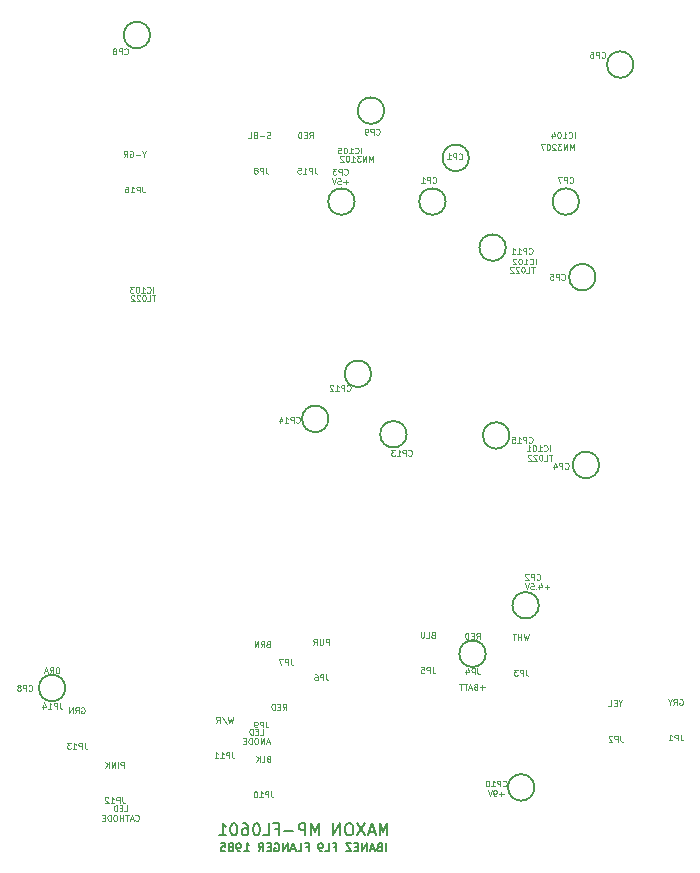
<source format=gbr>
%TF.GenerationSoftware,KiCad,Pcbnew,(6.0.0-0)*%
%TF.CreationDate,2022-11-26T20:18:55-08:00*%
%TF.ProjectId,Ibanez_FL-9,4962616e-657a-45f4-964c-2d392e6b6963,v02*%
%TF.SameCoordinates,Original*%
%TF.FileFunction,Legend,Bot*%
%TF.FilePolarity,Positive*%
%FSLAX46Y46*%
G04 Gerber Fmt 4.6, Leading zero omitted, Abs format (unit mm)*
G04 Created by KiCad (PCBNEW (6.0.0-0)) date 2022-11-26 20:18:55*
%MOMM*%
%LPD*%
G01*
G04 APERTURE LIST*
%ADD10C,0.200000*%
%ADD11C,0.100000*%
%ADD12C,0.150000*%
%ADD13C,0.140000*%
G04 APERTURE END LIST*
D10*
X222118034Y-65700000D02*
G75*
G03*
X222118034Y-65700000I-1118034J0D01*
G01*
X213718034Y-81500000D02*
G75*
G03*
X213718034Y-81500000I-1118034J0D01*
G01*
X209318033Y-61800000D02*
G75*
G03*
X209318033Y-61800000I-1118033J0D01*
G01*
X220418033Y-100081967D02*
G75*
G03*
X220418033Y-100081967I-1118033J0D01*
G01*
X211818034Y-54100000D02*
G75*
G03*
X211818034Y-54100000I-1118034J0D01*
G01*
X224536066Y-111400000D02*
G75*
G03*
X224536066Y-111400000I-1118033J0D01*
G01*
X207100000Y-80200000D02*
G75*
G03*
X207100000Y-80200000I-1118034J0D01*
G01*
X224918033Y-95981967D02*
G75*
G03*
X224918033Y-95981967I-1118033J0D01*
G01*
X229718034Y-68200000D02*
G75*
G03*
X229718034Y-68200000I-1118034J0D01*
G01*
X210718034Y-76381966D02*
G75*
G03*
X210718034Y-76381966I-1118034J0D01*
G01*
X232918033Y-50200000D02*
G75*
G03*
X232918033Y-50200000I-1118033J0D01*
G01*
X192000000Y-47700000D02*
G75*
G03*
X192000000Y-47700000I-1118034J0D01*
G01*
X184818034Y-102981966D02*
G75*
G03*
X184818034Y-102981966I-1118034J0D01*
G01*
X230018034Y-84100000D02*
G75*
G03*
X230018034Y-84100000I-1118034J0D01*
G01*
X217018034Y-61800000D02*
G75*
G03*
X217018034Y-61800000I-1118034J0D01*
G01*
X222418034Y-81600000D02*
G75*
G03*
X222418034Y-81600000I-1118034J0D01*
G01*
X219000000Y-58100000D02*
G75*
G03*
X219000000Y-58100000I-1118033J0D01*
G01*
X228318034Y-61800000D02*
G75*
G03*
X228318034Y-61800000I-1118034J0D01*
G01*
D11*
X224071428Y-82178571D02*
X224095238Y-82202380D01*
X224166666Y-82226190D01*
X224214285Y-82226190D01*
X224285714Y-82202380D01*
X224333333Y-82154761D01*
X224357142Y-82107142D01*
X224380952Y-82011904D01*
X224380952Y-81940476D01*
X224357142Y-81845238D01*
X224333333Y-81797619D01*
X224285714Y-81750000D01*
X224214285Y-81726190D01*
X224166666Y-81726190D01*
X224095238Y-81750000D01*
X224071428Y-81773809D01*
X223857142Y-82226190D02*
X223857142Y-81726190D01*
X223666666Y-81726190D01*
X223619047Y-81750000D01*
X223595238Y-81773809D01*
X223571428Y-81821428D01*
X223571428Y-81892857D01*
X223595238Y-81940476D01*
X223619047Y-81964285D01*
X223666666Y-81988095D01*
X223857142Y-81988095D01*
X223095238Y-82226190D02*
X223380952Y-82226190D01*
X223238095Y-82226190D02*
X223238095Y-81726190D01*
X223285714Y-81797619D01*
X223333333Y-81845238D01*
X223380952Y-81869047D01*
X222642857Y-81726190D02*
X222880952Y-81726190D01*
X222904761Y-81964285D01*
X222880952Y-81940476D01*
X222833333Y-81916666D01*
X222714285Y-81916666D01*
X222666666Y-81940476D01*
X222642857Y-81964285D01*
X222619047Y-82011904D01*
X222619047Y-82130952D01*
X222642857Y-82178571D01*
X222666666Y-82202380D01*
X222714285Y-82226190D01*
X222833333Y-82226190D01*
X222880952Y-82202380D01*
X222904761Y-82178571D01*
D12*
X212095238Y-115452380D02*
X212095238Y-114452380D01*
X211761904Y-115166666D01*
X211428571Y-114452380D01*
X211428571Y-115452380D01*
X211000000Y-115166666D02*
X210523809Y-115166666D01*
X211095238Y-115452380D02*
X210761904Y-114452380D01*
X210428571Y-115452380D01*
X210190476Y-114452380D02*
X209523809Y-115452380D01*
X209523809Y-114452380D02*
X210190476Y-115452380D01*
X208952380Y-114452380D02*
X208761904Y-114452380D01*
X208666666Y-114500000D01*
X208571428Y-114595238D01*
X208523809Y-114785714D01*
X208523809Y-115119047D01*
X208571428Y-115309523D01*
X208666666Y-115404761D01*
X208761904Y-115452380D01*
X208952380Y-115452380D01*
X209047619Y-115404761D01*
X209142857Y-115309523D01*
X209190476Y-115119047D01*
X209190476Y-114785714D01*
X209142857Y-114595238D01*
X209047619Y-114500000D01*
X208952380Y-114452380D01*
X208095238Y-115452380D02*
X208095238Y-114452380D01*
X207523809Y-115452380D01*
X207523809Y-114452380D01*
X206285714Y-115452380D02*
X206285714Y-114452380D01*
X205952380Y-115166666D01*
X205619047Y-114452380D01*
X205619047Y-115452380D01*
X205142857Y-115452380D02*
X205142857Y-114452380D01*
X204761904Y-114452380D01*
X204666666Y-114500000D01*
X204619047Y-114547619D01*
X204571428Y-114642857D01*
X204571428Y-114785714D01*
X204619047Y-114880952D01*
X204666666Y-114928571D01*
X204761904Y-114976190D01*
X205142857Y-114976190D01*
X204142857Y-115071428D02*
X203380952Y-115071428D01*
X202571428Y-114928571D02*
X202904761Y-114928571D01*
X202904761Y-115452380D02*
X202904761Y-114452380D01*
X202428571Y-114452380D01*
X201571428Y-115452380D02*
X202047619Y-115452380D01*
X202047619Y-114452380D01*
X201047619Y-114452380D02*
X200952380Y-114452380D01*
X200857142Y-114500000D01*
X200809523Y-114547619D01*
X200761904Y-114642857D01*
X200714285Y-114833333D01*
X200714285Y-115071428D01*
X200761904Y-115261904D01*
X200809523Y-115357142D01*
X200857142Y-115404761D01*
X200952380Y-115452380D01*
X201047619Y-115452380D01*
X201142857Y-115404761D01*
X201190476Y-115357142D01*
X201238095Y-115261904D01*
X201285714Y-115071428D01*
X201285714Y-114833333D01*
X201238095Y-114642857D01*
X201190476Y-114547619D01*
X201142857Y-114500000D01*
X201047619Y-114452380D01*
X199857142Y-114452380D02*
X200047619Y-114452380D01*
X200142857Y-114500000D01*
X200190476Y-114547619D01*
X200285714Y-114690476D01*
X200333333Y-114880952D01*
X200333333Y-115261904D01*
X200285714Y-115357142D01*
X200238095Y-115404761D01*
X200142857Y-115452380D01*
X199952380Y-115452380D01*
X199857142Y-115404761D01*
X199809523Y-115357142D01*
X199761904Y-115261904D01*
X199761904Y-115023809D01*
X199809523Y-114928571D01*
X199857142Y-114880952D01*
X199952380Y-114833333D01*
X200142857Y-114833333D01*
X200238095Y-114880952D01*
X200285714Y-114928571D01*
X200333333Y-115023809D01*
X199142857Y-114452380D02*
X199047619Y-114452380D01*
X198952380Y-114500000D01*
X198904761Y-114547619D01*
X198857142Y-114642857D01*
X198809523Y-114833333D01*
X198809523Y-115071428D01*
X198857142Y-115261904D01*
X198904761Y-115357142D01*
X198952380Y-115404761D01*
X199047619Y-115452380D01*
X199142857Y-115452380D01*
X199238095Y-115404761D01*
X199285714Y-115357142D01*
X199333333Y-115261904D01*
X199380952Y-115071428D01*
X199380952Y-114833333D01*
X199333333Y-114642857D01*
X199285714Y-114547619D01*
X199238095Y-114500000D01*
X199142857Y-114452380D01*
X197857142Y-115452380D02*
X198428571Y-115452380D01*
X198142857Y-115452380D02*
X198142857Y-114452380D01*
X198238095Y-114595238D01*
X198333333Y-114690476D01*
X198428571Y-114738095D01*
D11*
X224071428Y-66178571D02*
X224095238Y-66202380D01*
X224166666Y-66226190D01*
X224214285Y-66226190D01*
X224285714Y-66202380D01*
X224333333Y-66154761D01*
X224357142Y-66107142D01*
X224380952Y-66011904D01*
X224380952Y-65940476D01*
X224357142Y-65845238D01*
X224333333Y-65797619D01*
X224285714Y-65750000D01*
X224214285Y-65726190D01*
X224166666Y-65726190D01*
X224095238Y-65750000D01*
X224071428Y-65773809D01*
X223857142Y-66226190D02*
X223857142Y-65726190D01*
X223666666Y-65726190D01*
X223619047Y-65750000D01*
X223595238Y-65773809D01*
X223571428Y-65821428D01*
X223571428Y-65892857D01*
X223595238Y-65940476D01*
X223619047Y-65964285D01*
X223666666Y-65988095D01*
X223857142Y-65988095D01*
X223095238Y-66226190D02*
X223380952Y-66226190D01*
X223238095Y-66226190D02*
X223238095Y-65726190D01*
X223285714Y-65797619D01*
X223333333Y-65845238D01*
X223380952Y-65869047D01*
X222619047Y-66226190D02*
X222904761Y-66226190D01*
X222761904Y-66226190D02*
X222761904Y-65726190D01*
X222809523Y-65797619D01*
X222857142Y-65845238D01*
X222904761Y-65869047D01*
X220335714Y-102935714D02*
X219954761Y-102935714D01*
X220145238Y-103126190D02*
X220145238Y-102745238D01*
X219550000Y-102864285D02*
X219478571Y-102888095D01*
X219454761Y-102911904D01*
X219430952Y-102959523D01*
X219430952Y-103030952D01*
X219454761Y-103078571D01*
X219478571Y-103102380D01*
X219526190Y-103126190D01*
X219716666Y-103126190D01*
X219716666Y-102626190D01*
X219550000Y-102626190D01*
X219502380Y-102650000D01*
X219478571Y-102673809D01*
X219454761Y-102721428D01*
X219454761Y-102769047D01*
X219478571Y-102816666D01*
X219502380Y-102840476D01*
X219550000Y-102864285D01*
X219716666Y-102864285D01*
X219240476Y-102983333D02*
X219002380Y-102983333D01*
X219288095Y-103126190D02*
X219121428Y-102626190D01*
X218954761Y-103126190D01*
X218859523Y-102626190D02*
X218573809Y-102626190D01*
X218716666Y-103126190D02*
X218716666Y-102626190D01*
X218478571Y-102626190D02*
X218192857Y-102626190D01*
X218335714Y-103126190D02*
X218335714Y-102626190D01*
X224736428Y-93776071D02*
X224760238Y-93799880D01*
X224831666Y-93823690D01*
X224879285Y-93823690D01*
X224950714Y-93799880D01*
X224998333Y-93752261D01*
X225022142Y-93704642D01*
X225045952Y-93609404D01*
X225045952Y-93537976D01*
X225022142Y-93442738D01*
X224998333Y-93395119D01*
X224950714Y-93347500D01*
X224879285Y-93323690D01*
X224831666Y-93323690D01*
X224760238Y-93347500D01*
X224736428Y-93371309D01*
X224522142Y-93823690D02*
X224522142Y-93323690D01*
X224331666Y-93323690D01*
X224284047Y-93347500D01*
X224260238Y-93371309D01*
X224236428Y-93418928D01*
X224236428Y-93490357D01*
X224260238Y-93537976D01*
X224284047Y-93561785D01*
X224331666Y-93585595D01*
X224522142Y-93585595D01*
X224045952Y-93371309D02*
X224022142Y-93347500D01*
X223974523Y-93323690D01*
X223855476Y-93323690D01*
X223807857Y-93347500D01*
X223784047Y-93371309D01*
X223760238Y-93418928D01*
X223760238Y-93466547D01*
X223784047Y-93537976D01*
X224069761Y-93823690D01*
X223760238Y-93823690D01*
X225784047Y-94438214D02*
X225403095Y-94438214D01*
X225593571Y-94628690D02*
X225593571Y-94247738D01*
X224950714Y-94295357D02*
X224950714Y-94628690D01*
X225069761Y-94104880D02*
X225188809Y-94462023D01*
X224879285Y-94462023D01*
X224688809Y-94581071D02*
X224665000Y-94604880D01*
X224688809Y-94628690D01*
X224712619Y-94604880D01*
X224688809Y-94581071D01*
X224688809Y-94628690D01*
X224212619Y-94128690D02*
X224450714Y-94128690D01*
X224474523Y-94366785D01*
X224450714Y-94342976D01*
X224403095Y-94319166D01*
X224284047Y-94319166D01*
X224236428Y-94342976D01*
X224212619Y-94366785D01*
X224188809Y-94414404D01*
X224188809Y-94533452D01*
X224212619Y-94581071D01*
X224236428Y-94604880D01*
X224284047Y-94628690D01*
X224403095Y-94628690D01*
X224450714Y-94604880D01*
X224474523Y-94581071D01*
X224045952Y-94128690D02*
X223879285Y-94628690D01*
X223712619Y-94128690D01*
D13*
X211983333Y-116816666D02*
X211983333Y-116116666D01*
X211416666Y-116450000D02*
X211316666Y-116483333D01*
X211283333Y-116516666D01*
X211250000Y-116583333D01*
X211250000Y-116683333D01*
X211283333Y-116750000D01*
X211316666Y-116783333D01*
X211383333Y-116816666D01*
X211650000Y-116816666D01*
X211650000Y-116116666D01*
X211416666Y-116116666D01*
X211350000Y-116150000D01*
X211316666Y-116183333D01*
X211283333Y-116250000D01*
X211283333Y-116316666D01*
X211316666Y-116383333D01*
X211350000Y-116416666D01*
X211416666Y-116450000D01*
X211650000Y-116450000D01*
X210983333Y-116616666D02*
X210650000Y-116616666D01*
X211050000Y-116816666D02*
X210816666Y-116116666D01*
X210583333Y-116816666D01*
X210350000Y-116816666D02*
X210350000Y-116116666D01*
X209950000Y-116816666D01*
X209950000Y-116116666D01*
X209616666Y-116450000D02*
X209383333Y-116450000D01*
X209283333Y-116816666D02*
X209616666Y-116816666D01*
X209616666Y-116116666D01*
X209283333Y-116116666D01*
X209050000Y-116116666D02*
X208583333Y-116116666D01*
X209050000Y-116816666D01*
X208583333Y-116816666D01*
X207550000Y-116450000D02*
X207783333Y-116450000D01*
X207783333Y-116816666D02*
X207783333Y-116116666D01*
X207450000Y-116116666D01*
X206850000Y-116816666D02*
X207183333Y-116816666D01*
X207183333Y-116116666D01*
X206583333Y-116816666D02*
X206450000Y-116816666D01*
X206383333Y-116783333D01*
X206350000Y-116750000D01*
X206283333Y-116650000D01*
X206250000Y-116516666D01*
X206250000Y-116250000D01*
X206283333Y-116183333D01*
X206316666Y-116150000D01*
X206383333Y-116116666D01*
X206516666Y-116116666D01*
X206583333Y-116150000D01*
X206616666Y-116183333D01*
X206650000Y-116250000D01*
X206650000Y-116416666D01*
X206616666Y-116483333D01*
X206583333Y-116516666D01*
X206516666Y-116550000D01*
X206383333Y-116550000D01*
X206316666Y-116516666D01*
X206283333Y-116483333D01*
X206250000Y-116416666D01*
X205183333Y-116450000D02*
X205416666Y-116450000D01*
X205416666Y-116816666D02*
X205416666Y-116116666D01*
X205083333Y-116116666D01*
X204483333Y-116816666D02*
X204816666Y-116816666D01*
X204816666Y-116116666D01*
X204283333Y-116616666D02*
X203950000Y-116616666D01*
X204350000Y-116816666D02*
X204116666Y-116116666D01*
X203883333Y-116816666D01*
X203650000Y-116816666D02*
X203650000Y-116116666D01*
X203250000Y-116816666D01*
X203250000Y-116116666D01*
X202550000Y-116150000D02*
X202616666Y-116116666D01*
X202716666Y-116116666D01*
X202816666Y-116150000D01*
X202883333Y-116216666D01*
X202916666Y-116283333D01*
X202950000Y-116416666D01*
X202950000Y-116516666D01*
X202916666Y-116650000D01*
X202883333Y-116716666D01*
X202816666Y-116783333D01*
X202716666Y-116816666D01*
X202650000Y-116816666D01*
X202550000Y-116783333D01*
X202516666Y-116750000D01*
X202516666Y-116516666D01*
X202650000Y-116516666D01*
X202216666Y-116450000D02*
X201983333Y-116450000D01*
X201883333Y-116816666D02*
X202216666Y-116816666D01*
X202216666Y-116116666D01*
X201883333Y-116116666D01*
X201183333Y-116816666D02*
X201416666Y-116483333D01*
X201583333Y-116816666D02*
X201583333Y-116116666D01*
X201316666Y-116116666D01*
X201250000Y-116150000D01*
X201216666Y-116183333D01*
X201183333Y-116250000D01*
X201183333Y-116350000D01*
X201216666Y-116416666D01*
X201250000Y-116450000D01*
X201316666Y-116483333D01*
X201583333Y-116483333D01*
X199983333Y-116816666D02*
X200383333Y-116816666D01*
X200183333Y-116816666D02*
X200183333Y-116116666D01*
X200250000Y-116216666D01*
X200316666Y-116283333D01*
X200383333Y-116316666D01*
X199650000Y-116816666D02*
X199516666Y-116816666D01*
X199450000Y-116783333D01*
X199416666Y-116750000D01*
X199350000Y-116650000D01*
X199316666Y-116516666D01*
X199316666Y-116250000D01*
X199350000Y-116183333D01*
X199383333Y-116150000D01*
X199450000Y-116116666D01*
X199583333Y-116116666D01*
X199650000Y-116150000D01*
X199683333Y-116183333D01*
X199716666Y-116250000D01*
X199716666Y-116416666D01*
X199683333Y-116483333D01*
X199650000Y-116516666D01*
X199583333Y-116550000D01*
X199450000Y-116550000D01*
X199383333Y-116516666D01*
X199350000Y-116483333D01*
X199316666Y-116416666D01*
X198916666Y-116416666D02*
X198983333Y-116383333D01*
X199016666Y-116350000D01*
X199050000Y-116283333D01*
X199050000Y-116250000D01*
X199016666Y-116183333D01*
X198983333Y-116150000D01*
X198916666Y-116116666D01*
X198783333Y-116116666D01*
X198716666Y-116150000D01*
X198683333Y-116183333D01*
X198650000Y-116250000D01*
X198650000Y-116283333D01*
X198683333Y-116350000D01*
X198716666Y-116383333D01*
X198783333Y-116416666D01*
X198916666Y-116416666D01*
X198983333Y-116450000D01*
X199016666Y-116483333D01*
X199050000Y-116550000D01*
X199050000Y-116683333D01*
X199016666Y-116750000D01*
X198983333Y-116783333D01*
X198916666Y-116816666D01*
X198783333Y-116816666D01*
X198716666Y-116783333D01*
X198683333Y-116750000D01*
X198650000Y-116683333D01*
X198650000Y-116550000D01*
X198683333Y-116483333D01*
X198716666Y-116450000D01*
X198783333Y-116416666D01*
X198016666Y-116116666D02*
X198350000Y-116116666D01*
X198383333Y-116450000D01*
X198350000Y-116416666D01*
X198283333Y-116383333D01*
X198116666Y-116383333D01*
X198050000Y-116416666D01*
X198016666Y-116450000D01*
X197983333Y-116516666D01*
X197983333Y-116683333D01*
X198016666Y-116750000D01*
X198050000Y-116783333D01*
X198116666Y-116816666D01*
X198283333Y-116816666D01*
X198350000Y-116783333D01*
X198383333Y-116750000D01*
D11*
X204371428Y-80478571D02*
X204395238Y-80502380D01*
X204466666Y-80526190D01*
X204514285Y-80526190D01*
X204585714Y-80502380D01*
X204633333Y-80454761D01*
X204657142Y-80407142D01*
X204680952Y-80311904D01*
X204680952Y-80240476D01*
X204657142Y-80145238D01*
X204633333Y-80097619D01*
X204585714Y-80050000D01*
X204514285Y-80026190D01*
X204466666Y-80026190D01*
X204395238Y-80050000D01*
X204371428Y-80073809D01*
X204157142Y-80526190D02*
X204157142Y-80026190D01*
X203966666Y-80026190D01*
X203919047Y-80050000D01*
X203895238Y-80073809D01*
X203871428Y-80121428D01*
X203871428Y-80192857D01*
X203895238Y-80240476D01*
X203919047Y-80264285D01*
X203966666Y-80288095D01*
X204157142Y-80288095D01*
X203395238Y-80526190D02*
X203680952Y-80526190D01*
X203538095Y-80526190D02*
X203538095Y-80026190D01*
X203585714Y-80097619D01*
X203633333Y-80145238D01*
X203680952Y-80169047D01*
X202966666Y-80192857D02*
X202966666Y-80526190D01*
X203085714Y-80002380D02*
X203204761Y-80359523D01*
X202895238Y-80359523D01*
X181733333Y-103178571D02*
X181757142Y-103202380D01*
X181828571Y-103226190D01*
X181876190Y-103226190D01*
X181947619Y-103202380D01*
X181995238Y-103154761D01*
X182019047Y-103107142D01*
X182042857Y-103011904D01*
X182042857Y-102940476D01*
X182019047Y-102845238D01*
X181995238Y-102797619D01*
X181947619Y-102750000D01*
X181876190Y-102726190D01*
X181828571Y-102726190D01*
X181757142Y-102750000D01*
X181733333Y-102773809D01*
X181519047Y-103226190D02*
X181519047Y-102726190D01*
X181328571Y-102726190D01*
X181280952Y-102750000D01*
X181257142Y-102773809D01*
X181233333Y-102821428D01*
X181233333Y-102892857D01*
X181257142Y-102940476D01*
X181280952Y-102964285D01*
X181328571Y-102988095D01*
X181519047Y-102988095D01*
X180947619Y-102940476D02*
X180995238Y-102916666D01*
X181019047Y-102892857D01*
X181042857Y-102845238D01*
X181042857Y-102821428D01*
X181019047Y-102773809D01*
X180995238Y-102750000D01*
X180947619Y-102726190D01*
X180852380Y-102726190D01*
X180804761Y-102750000D01*
X180780952Y-102773809D01*
X180757142Y-102821428D01*
X180757142Y-102845238D01*
X180780952Y-102892857D01*
X180804761Y-102916666D01*
X180852380Y-102940476D01*
X180947619Y-102940476D01*
X180995238Y-102964285D01*
X181019047Y-102988095D01*
X181042857Y-103035714D01*
X181042857Y-103130952D01*
X181019047Y-103178571D01*
X180995238Y-103202380D01*
X180947619Y-103226190D01*
X180852380Y-103226190D01*
X180804761Y-103202380D01*
X180780952Y-103178571D01*
X180757142Y-103130952D01*
X180757142Y-103035714D01*
X180780952Y-102988095D01*
X180804761Y-102964285D01*
X180852380Y-102940476D01*
X226833333Y-68378571D02*
X226857142Y-68402380D01*
X226928571Y-68426190D01*
X226976190Y-68426190D01*
X227047619Y-68402380D01*
X227095238Y-68354761D01*
X227119047Y-68307142D01*
X227142857Y-68211904D01*
X227142857Y-68140476D01*
X227119047Y-68045238D01*
X227095238Y-67997619D01*
X227047619Y-67950000D01*
X226976190Y-67926190D01*
X226928571Y-67926190D01*
X226857142Y-67950000D01*
X226833333Y-67973809D01*
X226619047Y-68426190D02*
X226619047Y-67926190D01*
X226428571Y-67926190D01*
X226380952Y-67950000D01*
X226357142Y-67973809D01*
X226333333Y-68021428D01*
X226333333Y-68092857D01*
X226357142Y-68140476D01*
X226380952Y-68164285D01*
X226428571Y-68188095D01*
X226619047Y-68188095D01*
X225880952Y-67926190D02*
X226119047Y-67926190D01*
X226142857Y-68164285D01*
X226119047Y-68140476D01*
X226071428Y-68116666D01*
X225952380Y-68116666D01*
X225904761Y-68140476D01*
X225880952Y-68164285D01*
X225857142Y-68211904D01*
X225857142Y-68330952D01*
X225880952Y-68378571D01*
X225904761Y-68402380D01*
X225952380Y-68426190D01*
X226071428Y-68426190D01*
X226119047Y-68402380D01*
X226142857Y-68378571D01*
X213871428Y-83278571D02*
X213895238Y-83302380D01*
X213966666Y-83326190D01*
X214014285Y-83326190D01*
X214085714Y-83302380D01*
X214133333Y-83254761D01*
X214157142Y-83207142D01*
X214180952Y-83111904D01*
X214180952Y-83040476D01*
X214157142Y-82945238D01*
X214133333Y-82897619D01*
X214085714Y-82850000D01*
X214014285Y-82826190D01*
X213966666Y-82826190D01*
X213895238Y-82850000D01*
X213871428Y-82873809D01*
X213657142Y-83326190D02*
X213657142Y-82826190D01*
X213466666Y-82826190D01*
X213419047Y-82850000D01*
X213395238Y-82873809D01*
X213371428Y-82921428D01*
X213371428Y-82992857D01*
X213395238Y-83040476D01*
X213419047Y-83064285D01*
X213466666Y-83088095D01*
X213657142Y-83088095D01*
X212895238Y-83326190D02*
X213180952Y-83326190D01*
X213038095Y-83326190D02*
X213038095Y-82826190D01*
X213085714Y-82897619D01*
X213133333Y-82945238D01*
X213180952Y-82969047D01*
X212728571Y-82826190D02*
X212419047Y-82826190D01*
X212585714Y-83016666D01*
X212514285Y-83016666D01*
X212466666Y-83040476D01*
X212442857Y-83064285D01*
X212419047Y-83111904D01*
X212419047Y-83230952D01*
X212442857Y-83278571D01*
X212466666Y-83302380D01*
X212514285Y-83326190D01*
X212657142Y-83326190D01*
X212704761Y-83302380D01*
X212728571Y-83278571D01*
X211133333Y-56078571D02*
X211157142Y-56102380D01*
X211228571Y-56126190D01*
X211276190Y-56126190D01*
X211347619Y-56102380D01*
X211395238Y-56054761D01*
X211419047Y-56007142D01*
X211442857Y-55911904D01*
X211442857Y-55840476D01*
X211419047Y-55745238D01*
X211395238Y-55697619D01*
X211347619Y-55650000D01*
X211276190Y-55626190D01*
X211228571Y-55626190D01*
X211157142Y-55650000D01*
X211133333Y-55673809D01*
X210919047Y-56126190D02*
X210919047Y-55626190D01*
X210728571Y-55626190D01*
X210680952Y-55650000D01*
X210657142Y-55673809D01*
X210633333Y-55721428D01*
X210633333Y-55792857D01*
X210657142Y-55840476D01*
X210680952Y-55864285D01*
X210728571Y-55888095D01*
X210919047Y-55888095D01*
X210395238Y-56126190D02*
X210300000Y-56126190D01*
X210252380Y-56102380D01*
X210228571Y-56078571D01*
X210180952Y-56007142D01*
X210157142Y-55911904D01*
X210157142Y-55721428D01*
X210180952Y-55673809D01*
X210204761Y-55650000D01*
X210252380Y-55626190D01*
X210347619Y-55626190D01*
X210395238Y-55650000D01*
X210419047Y-55673809D01*
X210442857Y-55721428D01*
X210442857Y-55840476D01*
X210419047Y-55888095D01*
X210395238Y-55911904D01*
X210347619Y-55935714D01*
X210252380Y-55935714D01*
X210204761Y-55911904D01*
X210180952Y-55888095D01*
X210157142Y-55840476D01*
X208671428Y-77778571D02*
X208695238Y-77802380D01*
X208766666Y-77826190D01*
X208814285Y-77826190D01*
X208885714Y-77802380D01*
X208933333Y-77754761D01*
X208957142Y-77707142D01*
X208980952Y-77611904D01*
X208980952Y-77540476D01*
X208957142Y-77445238D01*
X208933333Y-77397619D01*
X208885714Y-77350000D01*
X208814285Y-77326190D01*
X208766666Y-77326190D01*
X208695238Y-77350000D01*
X208671428Y-77373809D01*
X208457142Y-77826190D02*
X208457142Y-77326190D01*
X208266666Y-77326190D01*
X208219047Y-77350000D01*
X208195238Y-77373809D01*
X208171428Y-77421428D01*
X208171428Y-77492857D01*
X208195238Y-77540476D01*
X208219047Y-77564285D01*
X208266666Y-77588095D01*
X208457142Y-77588095D01*
X207695238Y-77826190D02*
X207980952Y-77826190D01*
X207838095Y-77826190D02*
X207838095Y-77326190D01*
X207885714Y-77397619D01*
X207933333Y-77445238D01*
X207980952Y-77469047D01*
X207504761Y-77373809D02*
X207480952Y-77350000D01*
X207433333Y-77326190D01*
X207314285Y-77326190D01*
X207266666Y-77350000D01*
X207242857Y-77373809D01*
X207219047Y-77421428D01*
X207219047Y-77469047D01*
X207242857Y-77540476D01*
X207528571Y-77826190D01*
X207219047Y-77826190D01*
X201321428Y-106923690D02*
X201559523Y-106923690D01*
X201559523Y-106423690D01*
X201154761Y-106661785D02*
X200988095Y-106661785D01*
X200916666Y-106923690D02*
X201154761Y-106923690D01*
X201154761Y-106423690D01*
X200916666Y-106423690D01*
X200702380Y-106923690D02*
X200702380Y-106423690D01*
X200583333Y-106423690D01*
X200511904Y-106447500D01*
X200464285Y-106495119D01*
X200440476Y-106542738D01*
X200416666Y-106637976D01*
X200416666Y-106709404D01*
X200440476Y-106804642D01*
X200464285Y-106852261D01*
X200511904Y-106899880D01*
X200583333Y-106923690D01*
X200702380Y-106923690D01*
X202119047Y-107585833D02*
X201880952Y-107585833D01*
X202166666Y-107728690D02*
X202000000Y-107228690D01*
X201833333Y-107728690D01*
X201666666Y-107728690D02*
X201666666Y-107228690D01*
X201380952Y-107728690D01*
X201380952Y-107228690D01*
X201047619Y-107228690D02*
X200952380Y-107228690D01*
X200904761Y-107252500D01*
X200857142Y-107300119D01*
X200833333Y-107395357D01*
X200833333Y-107562023D01*
X200857142Y-107657261D01*
X200904761Y-107704880D01*
X200952380Y-107728690D01*
X201047619Y-107728690D01*
X201095238Y-107704880D01*
X201142857Y-107657261D01*
X201166666Y-107562023D01*
X201166666Y-107395357D01*
X201142857Y-107300119D01*
X201095238Y-107252500D01*
X201047619Y-107228690D01*
X200619047Y-107728690D02*
X200619047Y-107228690D01*
X200500000Y-107228690D01*
X200428571Y-107252500D01*
X200380952Y-107300119D01*
X200357142Y-107347738D01*
X200333333Y-107442976D01*
X200333333Y-107514404D01*
X200357142Y-107609642D01*
X200380952Y-107657261D01*
X200428571Y-107704880D01*
X200500000Y-107728690D01*
X200619047Y-107728690D01*
X200119047Y-107466785D02*
X199952380Y-107466785D01*
X199880952Y-107728690D02*
X200119047Y-107728690D01*
X200119047Y-107228690D01*
X199880952Y-107228690D01*
X208433333Y-59476071D02*
X208457142Y-59499880D01*
X208528571Y-59523690D01*
X208576190Y-59523690D01*
X208647619Y-59499880D01*
X208695238Y-59452261D01*
X208719047Y-59404642D01*
X208742857Y-59309404D01*
X208742857Y-59237976D01*
X208719047Y-59142738D01*
X208695238Y-59095119D01*
X208647619Y-59047500D01*
X208576190Y-59023690D01*
X208528571Y-59023690D01*
X208457142Y-59047500D01*
X208433333Y-59071309D01*
X208219047Y-59523690D02*
X208219047Y-59023690D01*
X208028571Y-59023690D01*
X207980952Y-59047500D01*
X207957142Y-59071309D01*
X207933333Y-59118928D01*
X207933333Y-59190357D01*
X207957142Y-59237976D01*
X207980952Y-59261785D01*
X208028571Y-59285595D01*
X208219047Y-59285595D01*
X207766666Y-59023690D02*
X207457142Y-59023690D01*
X207623809Y-59214166D01*
X207552380Y-59214166D01*
X207504761Y-59237976D01*
X207480952Y-59261785D01*
X207457142Y-59309404D01*
X207457142Y-59428452D01*
X207480952Y-59476071D01*
X207504761Y-59499880D01*
X207552380Y-59523690D01*
X207695238Y-59523690D01*
X207742857Y-59499880D01*
X207766666Y-59476071D01*
X208742857Y-60138214D02*
X208361904Y-60138214D01*
X208552380Y-60328690D02*
X208552380Y-59947738D01*
X207885714Y-59828690D02*
X208123809Y-59828690D01*
X208147619Y-60066785D01*
X208123809Y-60042976D01*
X208076190Y-60019166D01*
X207957142Y-60019166D01*
X207909523Y-60042976D01*
X207885714Y-60066785D01*
X207861904Y-60114404D01*
X207861904Y-60233452D01*
X207885714Y-60281071D01*
X207909523Y-60304880D01*
X207957142Y-60328690D01*
X208076190Y-60328690D01*
X208123809Y-60304880D01*
X208147619Y-60281071D01*
X207719047Y-59828690D02*
X207552380Y-60328690D01*
X207385714Y-59828690D01*
X227533333Y-60178571D02*
X227557142Y-60202380D01*
X227628571Y-60226190D01*
X227676190Y-60226190D01*
X227747619Y-60202380D01*
X227795238Y-60154761D01*
X227819047Y-60107142D01*
X227842857Y-60011904D01*
X227842857Y-59940476D01*
X227819047Y-59845238D01*
X227795238Y-59797619D01*
X227747619Y-59750000D01*
X227676190Y-59726190D01*
X227628571Y-59726190D01*
X227557142Y-59750000D01*
X227533333Y-59773809D01*
X227319047Y-60226190D02*
X227319047Y-59726190D01*
X227128571Y-59726190D01*
X227080952Y-59750000D01*
X227057142Y-59773809D01*
X227033333Y-59821428D01*
X227033333Y-59892857D01*
X227057142Y-59940476D01*
X227080952Y-59964285D01*
X227128571Y-59988095D01*
X227319047Y-59988095D01*
X226866666Y-59726190D02*
X226533333Y-59726190D01*
X226747619Y-60226190D01*
X215933333Y-60178571D02*
X215957142Y-60202380D01*
X216028571Y-60226190D01*
X216076190Y-60226190D01*
X216147619Y-60202380D01*
X216195238Y-60154761D01*
X216219047Y-60107142D01*
X216242857Y-60011904D01*
X216242857Y-59940476D01*
X216219047Y-59845238D01*
X216195238Y-59797619D01*
X216147619Y-59750000D01*
X216076190Y-59726190D01*
X216028571Y-59726190D01*
X215957142Y-59750000D01*
X215933333Y-59773809D01*
X215719047Y-60226190D02*
X215719047Y-59726190D01*
X215528571Y-59726190D01*
X215480952Y-59750000D01*
X215457142Y-59773809D01*
X215433333Y-59821428D01*
X215433333Y-59892857D01*
X215457142Y-59940476D01*
X215480952Y-59964285D01*
X215528571Y-59988095D01*
X215719047Y-59988095D01*
X214957142Y-60226190D02*
X215242857Y-60226190D01*
X215100000Y-60226190D02*
X215100000Y-59726190D01*
X215147619Y-59797619D01*
X215195238Y-59845238D01*
X215242857Y-59869047D01*
X189821428Y-113423690D02*
X190059523Y-113423690D01*
X190059523Y-112923690D01*
X189654761Y-113161785D02*
X189488095Y-113161785D01*
X189416666Y-113423690D02*
X189654761Y-113423690D01*
X189654761Y-112923690D01*
X189416666Y-112923690D01*
X189202380Y-113423690D02*
X189202380Y-112923690D01*
X189083333Y-112923690D01*
X189011904Y-112947500D01*
X188964285Y-112995119D01*
X188940476Y-113042738D01*
X188916666Y-113137976D01*
X188916666Y-113209404D01*
X188940476Y-113304642D01*
X188964285Y-113352261D01*
X189011904Y-113399880D01*
X189083333Y-113423690D01*
X189202380Y-113423690D01*
X190750000Y-114181071D02*
X190773809Y-114204880D01*
X190845238Y-114228690D01*
X190892857Y-114228690D01*
X190964285Y-114204880D01*
X191011904Y-114157261D01*
X191035714Y-114109642D01*
X191059523Y-114014404D01*
X191059523Y-113942976D01*
X191035714Y-113847738D01*
X191011904Y-113800119D01*
X190964285Y-113752500D01*
X190892857Y-113728690D01*
X190845238Y-113728690D01*
X190773809Y-113752500D01*
X190750000Y-113776309D01*
X190559523Y-114085833D02*
X190321428Y-114085833D01*
X190607142Y-114228690D02*
X190440476Y-113728690D01*
X190273809Y-114228690D01*
X190178571Y-113728690D02*
X189892857Y-113728690D01*
X190035714Y-114228690D02*
X190035714Y-113728690D01*
X189726190Y-114228690D02*
X189726190Y-113728690D01*
X189726190Y-113966785D02*
X189440476Y-113966785D01*
X189440476Y-114228690D02*
X189440476Y-113728690D01*
X189107142Y-113728690D02*
X189011904Y-113728690D01*
X188964285Y-113752500D01*
X188916666Y-113800119D01*
X188892857Y-113895357D01*
X188892857Y-114062023D01*
X188916666Y-114157261D01*
X188964285Y-114204880D01*
X189011904Y-114228690D01*
X189107142Y-114228690D01*
X189154761Y-114204880D01*
X189202380Y-114157261D01*
X189226190Y-114062023D01*
X189226190Y-113895357D01*
X189202380Y-113800119D01*
X189154761Y-113752500D01*
X189107142Y-113728690D01*
X188678571Y-114228690D02*
X188678571Y-113728690D01*
X188559523Y-113728690D01*
X188488095Y-113752500D01*
X188440476Y-113800119D01*
X188416666Y-113847738D01*
X188392857Y-113942976D01*
X188392857Y-114014404D01*
X188416666Y-114109642D01*
X188440476Y-114157261D01*
X188488095Y-114204880D01*
X188559523Y-114228690D01*
X188678571Y-114228690D01*
X188178571Y-113966785D02*
X188011904Y-113966785D01*
X187940476Y-114228690D02*
X188178571Y-114228690D01*
X188178571Y-113728690D01*
X187940476Y-113728690D01*
X189833333Y-49278571D02*
X189857142Y-49302380D01*
X189928571Y-49326190D01*
X189976190Y-49326190D01*
X190047619Y-49302380D01*
X190095238Y-49254761D01*
X190119047Y-49207142D01*
X190142857Y-49111904D01*
X190142857Y-49040476D01*
X190119047Y-48945238D01*
X190095238Y-48897619D01*
X190047619Y-48850000D01*
X189976190Y-48826190D01*
X189928571Y-48826190D01*
X189857142Y-48850000D01*
X189833333Y-48873809D01*
X189619047Y-49326190D02*
X189619047Y-48826190D01*
X189428571Y-48826190D01*
X189380952Y-48850000D01*
X189357142Y-48873809D01*
X189333333Y-48921428D01*
X189333333Y-48992857D01*
X189357142Y-49040476D01*
X189380952Y-49064285D01*
X189428571Y-49088095D01*
X189619047Y-49088095D01*
X189047619Y-49040476D02*
X189095238Y-49016666D01*
X189119047Y-48992857D01*
X189142857Y-48945238D01*
X189142857Y-48921428D01*
X189119047Y-48873809D01*
X189095238Y-48850000D01*
X189047619Y-48826190D01*
X188952380Y-48826190D01*
X188904761Y-48850000D01*
X188880952Y-48873809D01*
X188857142Y-48921428D01*
X188857142Y-48945238D01*
X188880952Y-48992857D01*
X188904761Y-49016666D01*
X188952380Y-49040476D01*
X189047619Y-49040476D01*
X189095238Y-49064285D01*
X189119047Y-49088095D01*
X189142857Y-49135714D01*
X189142857Y-49230952D01*
X189119047Y-49278571D01*
X189095238Y-49302380D01*
X189047619Y-49326190D01*
X188952380Y-49326190D01*
X188904761Y-49302380D01*
X188880952Y-49278571D01*
X188857142Y-49230952D01*
X188857142Y-49135714D01*
X188880952Y-49088095D01*
X188904761Y-49064285D01*
X188952380Y-49040476D01*
X230233333Y-49578571D02*
X230257142Y-49602380D01*
X230328571Y-49626190D01*
X230376190Y-49626190D01*
X230447619Y-49602380D01*
X230495238Y-49554761D01*
X230519047Y-49507142D01*
X230542857Y-49411904D01*
X230542857Y-49340476D01*
X230519047Y-49245238D01*
X230495238Y-49197619D01*
X230447619Y-49150000D01*
X230376190Y-49126190D01*
X230328571Y-49126190D01*
X230257142Y-49150000D01*
X230233333Y-49173809D01*
X230019047Y-49626190D02*
X230019047Y-49126190D01*
X229828571Y-49126190D01*
X229780952Y-49150000D01*
X229757142Y-49173809D01*
X229733333Y-49221428D01*
X229733333Y-49292857D01*
X229757142Y-49340476D01*
X229780952Y-49364285D01*
X229828571Y-49388095D01*
X230019047Y-49388095D01*
X229304761Y-49126190D02*
X229400000Y-49126190D01*
X229447619Y-49150000D01*
X229471428Y-49173809D01*
X229519047Y-49245238D01*
X229542857Y-49340476D01*
X229542857Y-49530952D01*
X229519047Y-49578571D01*
X229495238Y-49602380D01*
X229447619Y-49626190D01*
X229352380Y-49626190D01*
X229304761Y-49602380D01*
X229280952Y-49578571D01*
X229257142Y-49530952D01*
X229257142Y-49411904D01*
X229280952Y-49364285D01*
X229304761Y-49340476D01*
X229352380Y-49316666D01*
X229447619Y-49316666D01*
X229495238Y-49340476D01*
X229519047Y-49364285D01*
X229542857Y-49411904D01*
X218133333Y-58178571D02*
X218157142Y-58202380D01*
X218228571Y-58226190D01*
X218276190Y-58226190D01*
X218347619Y-58202380D01*
X218395238Y-58154761D01*
X218419047Y-58107142D01*
X218442857Y-58011904D01*
X218442857Y-57940476D01*
X218419047Y-57845238D01*
X218395238Y-57797619D01*
X218347619Y-57750000D01*
X218276190Y-57726190D01*
X218228571Y-57726190D01*
X218157142Y-57750000D01*
X218133333Y-57773809D01*
X217919047Y-58226190D02*
X217919047Y-57726190D01*
X217728571Y-57726190D01*
X217680952Y-57750000D01*
X217657142Y-57773809D01*
X217633333Y-57821428D01*
X217633333Y-57892857D01*
X217657142Y-57940476D01*
X217680952Y-57964285D01*
X217728571Y-57988095D01*
X217919047Y-57988095D01*
X217157142Y-58226190D02*
X217442857Y-58226190D01*
X217300000Y-58226190D02*
X217300000Y-57726190D01*
X217347619Y-57797619D01*
X217395238Y-57845238D01*
X217442857Y-57869047D01*
X221871428Y-111276071D02*
X221895238Y-111299880D01*
X221966666Y-111323690D01*
X222014285Y-111323690D01*
X222085714Y-111299880D01*
X222133333Y-111252261D01*
X222157142Y-111204642D01*
X222180952Y-111109404D01*
X222180952Y-111037976D01*
X222157142Y-110942738D01*
X222133333Y-110895119D01*
X222085714Y-110847500D01*
X222014285Y-110823690D01*
X221966666Y-110823690D01*
X221895238Y-110847500D01*
X221871428Y-110871309D01*
X221657142Y-111323690D02*
X221657142Y-110823690D01*
X221466666Y-110823690D01*
X221419047Y-110847500D01*
X221395238Y-110871309D01*
X221371428Y-110918928D01*
X221371428Y-110990357D01*
X221395238Y-111037976D01*
X221419047Y-111061785D01*
X221466666Y-111085595D01*
X221657142Y-111085595D01*
X220895238Y-111323690D02*
X221180952Y-111323690D01*
X221038095Y-111323690D02*
X221038095Y-110823690D01*
X221085714Y-110895119D01*
X221133333Y-110942738D01*
X221180952Y-110966547D01*
X220585714Y-110823690D02*
X220538095Y-110823690D01*
X220490476Y-110847500D01*
X220466666Y-110871309D01*
X220442857Y-110918928D01*
X220419047Y-111014166D01*
X220419047Y-111133214D01*
X220442857Y-111228452D01*
X220466666Y-111276071D01*
X220490476Y-111299880D01*
X220538095Y-111323690D01*
X220585714Y-111323690D01*
X220633333Y-111299880D01*
X220657142Y-111276071D01*
X220680952Y-111228452D01*
X220704761Y-111133214D01*
X220704761Y-111014166D01*
X220680952Y-110918928D01*
X220657142Y-110871309D01*
X220633333Y-110847500D01*
X220585714Y-110823690D01*
X221942857Y-111938214D02*
X221561904Y-111938214D01*
X221752380Y-112128690D02*
X221752380Y-111747738D01*
X221300000Y-112128690D02*
X221204761Y-112128690D01*
X221157142Y-112104880D01*
X221133333Y-112081071D01*
X221085714Y-112009642D01*
X221061904Y-111914404D01*
X221061904Y-111723928D01*
X221085714Y-111676309D01*
X221109523Y-111652500D01*
X221157142Y-111628690D01*
X221252380Y-111628690D01*
X221300000Y-111652500D01*
X221323809Y-111676309D01*
X221347619Y-111723928D01*
X221347619Y-111842976D01*
X221323809Y-111890595D01*
X221300000Y-111914404D01*
X221252380Y-111938214D01*
X221157142Y-111938214D01*
X221109523Y-111914404D01*
X221085714Y-111890595D01*
X221061904Y-111842976D01*
X220919047Y-111628690D02*
X220752380Y-112128690D01*
X220585714Y-111628690D01*
X227133333Y-84378571D02*
X227157142Y-84402380D01*
X227228571Y-84426190D01*
X227276190Y-84426190D01*
X227347619Y-84402380D01*
X227395238Y-84354761D01*
X227419047Y-84307142D01*
X227442857Y-84211904D01*
X227442857Y-84140476D01*
X227419047Y-84045238D01*
X227395238Y-83997619D01*
X227347619Y-83950000D01*
X227276190Y-83926190D01*
X227228571Y-83926190D01*
X227157142Y-83950000D01*
X227133333Y-83973809D01*
X226919047Y-84426190D02*
X226919047Y-83926190D01*
X226728571Y-83926190D01*
X226680952Y-83950000D01*
X226657142Y-83973809D01*
X226633333Y-84021428D01*
X226633333Y-84092857D01*
X226657142Y-84140476D01*
X226680952Y-84164285D01*
X226728571Y-84188095D01*
X226919047Y-84188095D01*
X226204761Y-84092857D02*
X226204761Y-84426190D01*
X226323809Y-83902380D02*
X226442857Y-84259523D01*
X226133333Y-84259523D01*
%TO.C,JP4*%
X219621428Y-98826190D02*
X219788095Y-98588095D01*
X219907142Y-98826190D02*
X219907142Y-98326190D01*
X219716666Y-98326190D01*
X219669047Y-98350000D01*
X219645238Y-98373809D01*
X219621428Y-98421428D01*
X219621428Y-98492857D01*
X219645238Y-98540476D01*
X219669047Y-98564285D01*
X219716666Y-98588095D01*
X219907142Y-98588095D01*
X219407142Y-98564285D02*
X219240476Y-98564285D01*
X219169047Y-98826190D02*
X219407142Y-98826190D01*
X219407142Y-98326190D01*
X219169047Y-98326190D01*
X218954761Y-98826190D02*
X218954761Y-98326190D01*
X218835714Y-98326190D01*
X218764285Y-98350000D01*
X218716666Y-98397619D01*
X218692857Y-98445238D01*
X218669047Y-98540476D01*
X218669047Y-98611904D01*
X218692857Y-98707142D01*
X218716666Y-98754761D01*
X218764285Y-98802380D01*
X218835714Y-98826190D01*
X218954761Y-98826190D01*
X219716666Y-101326190D02*
X219716666Y-101683333D01*
X219740476Y-101754761D01*
X219788095Y-101802380D01*
X219859523Y-101826190D01*
X219907142Y-101826190D01*
X219478571Y-101826190D02*
X219478571Y-101326190D01*
X219288095Y-101326190D01*
X219240476Y-101350000D01*
X219216666Y-101373809D01*
X219192857Y-101421428D01*
X219192857Y-101492857D01*
X219216666Y-101540476D01*
X219240476Y-101564285D01*
X219288095Y-101588095D01*
X219478571Y-101588095D01*
X218764285Y-101492857D02*
X218764285Y-101826190D01*
X218883333Y-101302380D02*
X219002380Y-101659523D01*
X218692857Y-101659523D01*
%TO.C,JP11*%
X198954761Y-108426190D02*
X198954761Y-108783333D01*
X198978571Y-108854761D01*
X199026190Y-108902380D01*
X199097619Y-108926190D01*
X199145238Y-108926190D01*
X198716666Y-108926190D02*
X198716666Y-108426190D01*
X198526190Y-108426190D01*
X198478571Y-108450000D01*
X198454761Y-108473809D01*
X198430952Y-108521428D01*
X198430952Y-108592857D01*
X198454761Y-108640476D01*
X198478571Y-108664285D01*
X198526190Y-108688095D01*
X198716666Y-108688095D01*
X197954761Y-108926190D02*
X198240476Y-108926190D01*
X198097619Y-108926190D02*
X198097619Y-108426190D01*
X198145238Y-108497619D01*
X198192857Y-108545238D01*
X198240476Y-108569047D01*
X197478571Y-108926190D02*
X197764285Y-108926190D01*
X197621428Y-108926190D02*
X197621428Y-108426190D01*
X197669047Y-108497619D01*
X197716666Y-108545238D01*
X197764285Y-108569047D01*
X199026190Y-105426190D02*
X198907142Y-105926190D01*
X198811904Y-105569047D01*
X198716666Y-105926190D01*
X198597619Y-105426190D01*
X198050000Y-105402380D02*
X198478571Y-106045238D01*
X197597619Y-105926190D02*
X197764285Y-105688095D01*
X197883333Y-105926190D02*
X197883333Y-105426190D01*
X197692857Y-105426190D01*
X197645238Y-105450000D01*
X197621428Y-105473809D01*
X197597619Y-105521428D01*
X197597619Y-105592857D01*
X197621428Y-105640476D01*
X197645238Y-105664285D01*
X197692857Y-105688095D01*
X197883333Y-105688095D01*
%TO.C,JP5*%
X215928571Y-98464285D02*
X215857142Y-98488095D01*
X215833333Y-98511904D01*
X215809523Y-98559523D01*
X215809523Y-98630952D01*
X215833333Y-98678571D01*
X215857142Y-98702380D01*
X215904761Y-98726190D01*
X216095238Y-98726190D01*
X216095238Y-98226190D01*
X215928571Y-98226190D01*
X215880952Y-98250000D01*
X215857142Y-98273809D01*
X215833333Y-98321428D01*
X215833333Y-98369047D01*
X215857142Y-98416666D01*
X215880952Y-98440476D01*
X215928571Y-98464285D01*
X216095238Y-98464285D01*
X215357142Y-98726190D02*
X215595238Y-98726190D01*
X215595238Y-98226190D01*
X215190476Y-98226190D02*
X215190476Y-98630952D01*
X215166666Y-98678571D01*
X215142857Y-98702380D01*
X215095238Y-98726190D01*
X215000000Y-98726190D01*
X214952380Y-98702380D01*
X214928571Y-98678571D01*
X214904761Y-98630952D01*
X214904761Y-98226190D01*
X215916666Y-101226190D02*
X215916666Y-101583333D01*
X215940476Y-101654761D01*
X215988095Y-101702380D01*
X216059523Y-101726190D01*
X216107142Y-101726190D01*
X215678571Y-101726190D02*
X215678571Y-101226190D01*
X215488095Y-101226190D01*
X215440476Y-101250000D01*
X215416666Y-101273809D01*
X215392857Y-101321428D01*
X215392857Y-101392857D01*
X215416666Y-101440476D01*
X215440476Y-101464285D01*
X215488095Y-101488095D01*
X215678571Y-101488095D01*
X214940476Y-101226190D02*
X215178571Y-101226190D01*
X215202380Y-101464285D01*
X215178571Y-101440476D01*
X215130952Y-101416666D01*
X215011904Y-101416666D01*
X214964285Y-101440476D01*
X214940476Y-101464285D01*
X214916666Y-101511904D01*
X214916666Y-101630952D01*
X214940476Y-101678571D01*
X214964285Y-101702380D01*
X215011904Y-101726190D01*
X215130952Y-101726190D01*
X215178571Y-101702380D01*
X215202380Y-101678571D01*
%TO.C,JP1*%
X236833333Y-103950000D02*
X236880952Y-103926190D01*
X236952380Y-103926190D01*
X237023809Y-103950000D01*
X237071428Y-103997619D01*
X237095238Y-104045238D01*
X237119047Y-104140476D01*
X237119047Y-104211904D01*
X237095238Y-104307142D01*
X237071428Y-104354761D01*
X237023809Y-104402380D01*
X236952380Y-104426190D01*
X236904761Y-104426190D01*
X236833333Y-104402380D01*
X236809523Y-104378571D01*
X236809523Y-104211904D01*
X236904761Y-104211904D01*
X236309523Y-104426190D02*
X236476190Y-104188095D01*
X236595238Y-104426190D02*
X236595238Y-103926190D01*
X236404761Y-103926190D01*
X236357142Y-103950000D01*
X236333333Y-103973809D01*
X236309523Y-104021428D01*
X236309523Y-104092857D01*
X236333333Y-104140476D01*
X236357142Y-104164285D01*
X236404761Y-104188095D01*
X236595238Y-104188095D01*
X236000000Y-104188095D02*
X236000000Y-104426190D01*
X236166666Y-103926190D02*
X236000000Y-104188095D01*
X235833333Y-103926190D01*
X236916666Y-106926190D02*
X236916666Y-107283333D01*
X236940476Y-107354761D01*
X236988095Y-107402380D01*
X237059523Y-107426190D01*
X237107142Y-107426190D01*
X236678571Y-107426190D02*
X236678571Y-106926190D01*
X236488095Y-106926190D01*
X236440476Y-106950000D01*
X236416666Y-106973809D01*
X236392857Y-107021428D01*
X236392857Y-107092857D01*
X236416666Y-107140476D01*
X236440476Y-107164285D01*
X236488095Y-107188095D01*
X236678571Y-107188095D01*
X235916666Y-107426190D02*
X236202380Y-107426190D01*
X236059523Y-107426190D02*
X236059523Y-106926190D01*
X236107142Y-106997619D01*
X236154761Y-107045238D01*
X236202380Y-107069047D01*
%TO.C,JP9*%
X201816666Y-105826190D02*
X201816666Y-106183333D01*
X201840476Y-106254761D01*
X201888095Y-106302380D01*
X201959523Y-106326190D01*
X202007142Y-106326190D01*
X201578571Y-106326190D02*
X201578571Y-105826190D01*
X201388095Y-105826190D01*
X201340476Y-105850000D01*
X201316666Y-105873809D01*
X201292857Y-105921428D01*
X201292857Y-105992857D01*
X201316666Y-106040476D01*
X201340476Y-106064285D01*
X201388095Y-106088095D01*
X201578571Y-106088095D01*
X201054761Y-106326190D02*
X200959523Y-106326190D01*
X200911904Y-106302380D01*
X200888095Y-106278571D01*
X200840476Y-106207142D01*
X200816666Y-106111904D01*
X200816666Y-105921428D01*
X200840476Y-105873809D01*
X200864285Y-105850000D01*
X200911904Y-105826190D01*
X201007142Y-105826190D01*
X201054761Y-105850000D01*
X201078571Y-105873809D01*
X201102380Y-105921428D01*
X201102380Y-106040476D01*
X201078571Y-106088095D01*
X201054761Y-106111904D01*
X201007142Y-106135714D01*
X200911904Y-106135714D01*
X200864285Y-106111904D01*
X200840476Y-106088095D01*
X200816666Y-106040476D01*
X203221428Y-104826190D02*
X203388095Y-104588095D01*
X203507142Y-104826190D02*
X203507142Y-104326190D01*
X203316666Y-104326190D01*
X203269047Y-104350000D01*
X203245238Y-104373809D01*
X203221428Y-104421428D01*
X203221428Y-104492857D01*
X203245238Y-104540476D01*
X203269047Y-104564285D01*
X203316666Y-104588095D01*
X203507142Y-104588095D01*
X203007142Y-104564285D02*
X202840476Y-104564285D01*
X202769047Y-104826190D02*
X203007142Y-104826190D01*
X203007142Y-104326190D01*
X202769047Y-104326190D01*
X202554761Y-104826190D02*
X202554761Y-104326190D01*
X202435714Y-104326190D01*
X202364285Y-104350000D01*
X202316666Y-104397619D01*
X202292857Y-104445238D01*
X202269047Y-104540476D01*
X202269047Y-104611904D01*
X202292857Y-104707142D01*
X202316666Y-104754761D01*
X202364285Y-104802380D01*
X202435714Y-104826190D01*
X202554761Y-104826190D01*
%TO.C,JP13*%
X186454761Y-107626190D02*
X186454761Y-107983333D01*
X186478571Y-108054761D01*
X186526190Y-108102380D01*
X186597619Y-108126190D01*
X186645238Y-108126190D01*
X186216666Y-108126190D02*
X186216666Y-107626190D01*
X186026190Y-107626190D01*
X185978571Y-107650000D01*
X185954761Y-107673809D01*
X185930952Y-107721428D01*
X185930952Y-107792857D01*
X185954761Y-107840476D01*
X185978571Y-107864285D01*
X186026190Y-107888095D01*
X186216666Y-107888095D01*
X185454761Y-108126190D02*
X185740476Y-108126190D01*
X185597619Y-108126190D02*
X185597619Y-107626190D01*
X185645238Y-107697619D01*
X185692857Y-107745238D01*
X185740476Y-107769047D01*
X185288095Y-107626190D02*
X184978571Y-107626190D01*
X185145238Y-107816666D01*
X185073809Y-107816666D01*
X185026190Y-107840476D01*
X185002380Y-107864285D01*
X184978571Y-107911904D01*
X184978571Y-108030952D01*
X185002380Y-108078571D01*
X185026190Y-108102380D01*
X185073809Y-108126190D01*
X185216666Y-108126190D01*
X185264285Y-108102380D01*
X185288095Y-108078571D01*
X186180952Y-104650000D02*
X186228571Y-104626190D01*
X186300000Y-104626190D01*
X186371428Y-104650000D01*
X186419047Y-104697619D01*
X186442857Y-104745238D01*
X186466666Y-104840476D01*
X186466666Y-104911904D01*
X186442857Y-105007142D01*
X186419047Y-105054761D01*
X186371428Y-105102380D01*
X186300000Y-105126190D01*
X186252380Y-105126190D01*
X186180952Y-105102380D01*
X186157142Y-105078571D01*
X186157142Y-104911904D01*
X186252380Y-104911904D01*
X185657142Y-105126190D02*
X185823809Y-104888095D01*
X185942857Y-105126190D02*
X185942857Y-104626190D01*
X185752380Y-104626190D01*
X185704761Y-104650000D01*
X185680952Y-104673809D01*
X185657142Y-104721428D01*
X185657142Y-104792857D01*
X185680952Y-104840476D01*
X185704761Y-104864285D01*
X185752380Y-104888095D01*
X185942857Y-104888095D01*
X185442857Y-105126190D02*
X185442857Y-104626190D01*
X185157142Y-105126190D01*
X185157142Y-104626190D01*
%TO.C,IC101*%
X225864285Y-82926190D02*
X225864285Y-82426190D01*
X225340476Y-82878571D02*
X225364285Y-82902380D01*
X225435714Y-82926190D01*
X225483333Y-82926190D01*
X225554761Y-82902380D01*
X225602380Y-82854761D01*
X225626190Y-82807142D01*
X225650000Y-82711904D01*
X225650000Y-82640476D01*
X225626190Y-82545238D01*
X225602380Y-82497619D01*
X225554761Y-82450000D01*
X225483333Y-82426190D01*
X225435714Y-82426190D01*
X225364285Y-82450000D01*
X225340476Y-82473809D01*
X224864285Y-82926190D02*
X225150000Y-82926190D01*
X225007142Y-82926190D02*
X225007142Y-82426190D01*
X225054761Y-82497619D01*
X225102380Y-82545238D01*
X225150000Y-82569047D01*
X224554761Y-82426190D02*
X224507142Y-82426190D01*
X224459523Y-82450000D01*
X224435714Y-82473809D01*
X224411904Y-82521428D01*
X224388095Y-82616666D01*
X224388095Y-82735714D01*
X224411904Y-82830952D01*
X224435714Y-82878571D01*
X224459523Y-82902380D01*
X224507142Y-82926190D01*
X224554761Y-82926190D01*
X224602380Y-82902380D01*
X224626190Y-82878571D01*
X224650000Y-82830952D01*
X224673809Y-82735714D01*
X224673809Y-82616666D01*
X224650000Y-82521428D01*
X224626190Y-82473809D01*
X224602380Y-82450000D01*
X224554761Y-82426190D01*
X223911904Y-82926190D02*
X224197619Y-82926190D01*
X224054761Y-82926190D02*
X224054761Y-82426190D01*
X224102380Y-82497619D01*
X224150000Y-82545238D01*
X224197619Y-82569047D01*
X226059523Y-83226190D02*
X225773809Y-83226190D01*
X225916666Y-83726190D02*
X225916666Y-83226190D01*
X225369047Y-83726190D02*
X225607142Y-83726190D01*
X225607142Y-83226190D01*
X225107142Y-83226190D02*
X225059523Y-83226190D01*
X225011904Y-83250000D01*
X224988095Y-83273809D01*
X224964285Y-83321428D01*
X224940476Y-83416666D01*
X224940476Y-83535714D01*
X224964285Y-83630952D01*
X224988095Y-83678571D01*
X225011904Y-83702380D01*
X225059523Y-83726190D01*
X225107142Y-83726190D01*
X225154761Y-83702380D01*
X225178571Y-83678571D01*
X225202380Y-83630952D01*
X225226190Y-83535714D01*
X225226190Y-83416666D01*
X225202380Y-83321428D01*
X225178571Y-83273809D01*
X225154761Y-83250000D01*
X225107142Y-83226190D01*
X224750000Y-83273809D02*
X224726190Y-83250000D01*
X224678571Y-83226190D01*
X224559523Y-83226190D01*
X224511904Y-83250000D01*
X224488095Y-83273809D01*
X224464285Y-83321428D01*
X224464285Y-83369047D01*
X224488095Y-83440476D01*
X224773809Y-83726190D01*
X224464285Y-83726190D01*
X224273809Y-83273809D02*
X224250000Y-83250000D01*
X224202380Y-83226190D01*
X224083333Y-83226190D01*
X224035714Y-83250000D01*
X224011904Y-83273809D01*
X223988095Y-83321428D01*
X223988095Y-83369047D01*
X224011904Y-83440476D01*
X224297619Y-83726190D01*
X223988095Y-83726190D01*
%TO.C,JP15*%
X205481428Y-56426190D02*
X205648095Y-56188095D01*
X205767142Y-56426190D02*
X205767142Y-55926190D01*
X205576666Y-55926190D01*
X205529047Y-55950000D01*
X205505238Y-55973809D01*
X205481428Y-56021428D01*
X205481428Y-56092857D01*
X205505238Y-56140476D01*
X205529047Y-56164285D01*
X205576666Y-56188095D01*
X205767142Y-56188095D01*
X205267142Y-56164285D02*
X205100476Y-56164285D01*
X205029047Y-56426190D02*
X205267142Y-56426190D01*
X205267142Y-55926190D01*
X205029047Y-55926190D01*
X204814761Y-56426190D02*
X204814761Y-55926190D01*
X204695714Y-55926190D01*
X204624285Y-55950000D01*
X204576666Y-55997619D01*
X204552857Y-56045238D01*
X204529047Y-56140476D01*
X204529047Y-56211904D01*
X204552857Y-56307142D01*
X204576666Y-56354761D01*
X204624285Y-56402380D01*
X204695714Y-56426190D01*
X204814761Y-56426190D01*
X205954761Y-58926190D02*
X205954761Y-59283333D01*
X205978571Y-59354761D01*
X206026190Y-59402380D01*
X206097619Y-59426190D01*
X206145238Y-59426190D01*
X205716666Y-59426190D02*
X205716666Y-58926190D01*
X205526190Y-58926190D01*
X205478571Y-58950000D01*
X205454761Y-58973809D01*
X205430952Y-59021428D01*
X205430952Y-59092857D01*
X205454761Y-59140476D01*
X205478571Y-59164285D01*
X205526190Y-59188095D01*
X205716666Y-59188095D01*
X204954761Y-59426190D02*
X205240476Y-59426190D01*
X205097619Y-59426190D02*
X205097619Y-58926190D01*
X205145238Y-58997619D01*
X205192857Y-59045238D01*
X205240476Y-59069047D01*
X204502380Y-58926190D02*
X204740476Y-58926190D01*
X204764285Y-59164285D01*
X204740476Y-59140476D01*
X204692857Y-59116666D01*
X204573809Y-59116666D01*
X204526190Y-59140476D01*
X204502380Y-59164285D01*
X204478571Y-59211904D01*
X204478571Y-59330952D01*
X204502380Y-59378571D01*
X204526190Y-59402380D01*
X204573809Y-59426190D01*
X204692857Y-59426190D01*
X204740476Y-59402380D01*
X204764285Y-59378571D01*
%TO.C,JP7*%
X201976190Y-99264285D02*
X201904761Y-99288095D01*
X201880952Y-99311904D01*
X201857142Y-99359523D01*
X201857142Y-99430952D01*
X201880952Y-99478571D01*
X201904761Y-99502380D01*
X201952380Y-99526190D01*
X202142857Y-99526190D01*
X202142857Y-99026190D01*
X201976190Y-99026190D01*
X201928571Y-99050000D01*
X201904761Y-99073809D01*
X201880952Y-99121428D01*
X201880952Y-99169047D01*
X201904761Y-99216666D01*
X201928571Y-99240476D01*
X201976190Y-99264285D01*
X202142857Y-99264285D01*
X201357142Y-99526190D02*
X201523809Y-99288095D01*
X201642857Y-99526190D02*
X201642857Y-99026190D01*
X201452380Y-99026190D01*
X201404761Y-99050000D01*
X201380952Y-99073809D01*
X201357142Y-99121428D01*
X201357142Y-99192857D01*
X201380952Y-99240476D01*
X201404761Y-99264285D01*
X201452380Y-99288095D01*
X201642857Y-99288095D01*
X201142857Y-99526190D02*
X201142857Y-99026190D01*
X200857142Y-99526190D01*
X200857142Y-99026190D01*
X203916666Y-100526190D02*
X203916666Y-100883333D01*
X203940476Y-100954761D01*
X203988095Y-101002380D01*
X204059523Y-101026190D01*
X204107142Y-101026190D01*
X203678571Y-101026190D02*
X203678571Y-100526190D01*
X203488095Y-100526190D01*
X203440476Y-100550000D01*
X203416666Y-100573809D01*
X203392857Y-100621428D01*
X203392857Y-100692857D01*
X203416666Y-100740476D01*
X203440476Y-100764285D01*
X203488095Y-100788095D01*
X203678571Y-100788095D01*
X203226190Y-100526190D02*
X202892857Y-100526190D01*
X203107142Y-101026190D01*
%TO.C,JP2*%
X231828571Y-104288095D02*
X231828571Y-104526190D01*
X231995238Y-104026190D02*
X231828571Y-104288095D01*
X231661904Y-104026190D01*
X231495238Y-104264285D02*
X231328571Y-104264285D01*
X231257142Y-104526190D02*
X231495238Y-104526190D01*
X231495238Y-104026190D01*
X231257142Y-104026190D01*
X230804761Y-104526190D02*
X231042857Y-104526190D01*
X231042857Y-104026190D01*
X231816666Y-107026190D02*
X231816666Y-107383333D01*
X231840476Y-107454761D01*
X231888095Y-107502380D01*
X231959523Y-107526190D01*
X232007142Y-107526190D01*
X231578571Y-107526190D02*
X231578571Y-107026190D01*
X231388095Y-107026190D01*
X231340476Y-107050000D01*
X231316666Y-107073809D01*
X231292857Y-107121428D01*
X231292857Y-107192857D01*
X231316666Y-107240476D01*
X231340476Y-107264285D01*
X231388095Y-107288095D01*
X231578571Y-107288095D01*
X231102380Y-107073809D02*
X231078571Y-107050000D01*
X231030952Y-107026190D01*
X230911904Y-107026190D01*
X230864285Y-107050000D01*
X230840476Y-107073809D01*
X230816666Y-107121428D01*
X230816666Y-107169047D01*
X230840476Y-107240476D01*
X231126190Y-107526190D01*
X230816666Y-107526190D01*
%TO.C,IC103*%
X192264285Y-69526190D02*
X192264285Y-69026190D01*
X191740476Y-69478571D02*
X191764285Y-69502380D01*
X191835714Y-69526190D01*
X191883333Y-69526190D01*
X191954761Y-69502380D01*
X192002380Y-69454761D01*
X192026190Y-69407142D01*
X192050000Y-69311904D01*
X192050000Y-69240476D01*
X192026190Y-69145238D01*
X192002380Y-69097619D01*
X191954761Y-69050000D01*
X191883333Y-69026190D01*
X191835714Y-69026190D01*
X191764285Y-69050000D01*
X191740476Y-69073809D01*
X191264285Y-69526190D02*
X191550000Y-69526190D01*
X191407142Y-69526190D02*
X191407142Y-69026190D01*
X191454761Y-69097619D01*
X191502380Y-69145238D01*
X191550000Y-69169047D01*
X190954761Y-69026190D02*
X190907142Y-69026190D01*
X190859523Y-69050000D01*
X190835714Y-69073809D01*
X190811904Y-69121428D01*
X190788095Y-69216666D01*
X190788095Y-69335714D01*
X190811904Y-69430952D01*
X190835714Y-69478571D01*
X190859523Y-69502380D01*
X190907142Y-69526190D01*
X190954761Y-69526190D01*
X191002380Y-69502380D01*
X191026190Y-69478571D01*
X191050000Y-69430952D01*
X191073809Y-69335714D01*
X191073809Y-69216666D01*
X191050000Y-69121428D01*
X191026190Y-69073809D01*
X191002380Y-69050000D01*
X190954761Y-69026190D01*
X190621428Y-69026190D02*
X190311904Y-69026190D01*
X190478571Y-69216666D01*
X190407142Y-69216666D01*
X190359523Y-69240476D01*
X190335714Y-69264285D01*
X190311904Y-69311904D01*
X190311904Y-69430952D01*
X190335714Y-69478571D01*
X190359523Y-69502380D01*
X190407142Y-69526190D01*
X190550000Y-69526190D01*
X190597619Y-69502380D01*
X190621428Y-69478571D01*
X192459523Y-69726190D02*
X192173809Y-69726190D01*
X192316666Y-70226190D02*
X192316666Y-69726190D01*
X191769047Y-70226190D02*
X192007142Y-70226190D01*
X192007142Y-69726190D01*
X191507142Y-69726190D02*
X191459523Y-69726190D01*
X191411904Y-69750000D01*
X191388095Y-69773809D01*
X191364285Y-69821428D01*
X191340476Y-69916666D01*
X191340476Y-70035714D01*
X191364285Y-70130952D01*
X191388095Y-70178571D01*
X191411904Y-70202380D01*
X191459523Y-70226190D01*
X191507142Y-70226190D01*
X191554761Y-70202380D01*
X191578571Y-70178571D01*
X191602380Y-70130952D01*
X191626190Y-70035714D01*
X191626190Y-69916666D01*
X191602380Y-69821428D01*
X191578571Y-69773809D01*
X191554761Y-69750000D01*
X191507142Y-69726190D01*
X191150000Y-69773809D02*
X191126190Y-69750000D01*
X191078571Y-69726190D01*
X190959523Y-69726190D01*
X190911904Y-69750000D01*
X190888095Y-69773809D01*
X190864285Y-69821428D01*
X190864285Y-69869047D01*
X190888095Y-69940476D01*
X191173809Y-70226190D01*
X190864285Y-70226190D01*
X190673809Y-69773809D02*
X190650000Y-69750000D01*
X190602380Y-69726190D01*
X190483333Y-69726190D01*
X190435714Y-69750000D01*
X190411904Y-69773809D01*
X190388095Y-69821428D01*
X190388095Y-69869047D01*
X190411904Y-69940476D01*
X190697619Y-70226190D01*
X190388095Y-70226190D01*
%TO.C,IC105*%
X210880952Y-58426190D02*
X210880952Y-57926190D01*
X210714285Y-58283333D01*
X210547619Y-57926190D01*
X210547619Y-58426190D01*
X210309523Y-58426190D02*
X210309523Y-57926190D01*
X210023809Y-58426190D01*
X210023809Y-57926190D01*
X209833333Y-57926190D02*
X209523809Y-57926190D01*
X209690476Y-58116666D01*
X209619047Y-58116666D01*
X209571428Y-58140476D01*
X209547619Y-58164285D01*
X209523809Y-58211904D01*
X209523809Y-58330952D01*
X209547619Y-58378571D01*
X209571428Y-58402380D01*
X209619047Y-58426190D01*
X209761904Y-58426190D01*
X209809523Y-58402380D01*
X209833333Y-58378571D01*
X209047619Y-58426190D02*
X209333333Y-58426190D01*
X209190476Y-58426190D02*
X209190476Y-57926190D01*
X209238095Y-57997619D01*
X209285714Y-58045238D01*
X209333333Y-58069047D01*
X208738095Y-57926190D02*
X208690476Y-57926190D01*
X208642857Y-57950000D01*
X208619047Y-57973809D01*
X208595238Y-58021428D01*
X208571428Y-58116666D01*
X208571428Y-58235714D01*
X208595238Y-58330952D01*
X208619047Y-58378571D01*
X208642857Y-58402380D01*
X208690476Y-58426190D01*
X208738095Y-58426190D01*
X208785714Y-58402380D01*
X208809523Y-58378571D01*
X208833333Y-58330952D01*
X208857142Y-58235714D01*
X208857142Y-58116666D01*
X208833333Y-58021428D01*
X208809523Y-57973809D01*
X208785714Y-57950000D01*
X208738095Y-57926190D01*
X208380952Y-57973809D02*
X208357142Y-57950000D01*
X208309523Y-57926190D01*
X208190476Y-57926190D01*
X208142857Y-57950000D01*
X208119047Y-57973809D01*
X208095238Y-58021428D01*
X208095238Y-58069047D01*
X208119047Y-58140476D01*
X208404761Y-58426190D01*
X208095238Y-58426190D01*
X209864285Y-57726190D02*
X209864285Y-57226190D01*
X209340476Y-57678571D02*
X209364285Y-57702380D01*
X209435714Y-57726190D01*
X209483333Y-57726190D01*
X209554761Y-57702380D01*
X209602380Y-57654761D01*
X209626190Y-57607142D01*
X209650000Y-57511904D01*
X209650000Y-57440476D01*
X209626190Y-57345238D01*
X209602380Y-57297619D01*
X209554761Y-57250000D01*
X209483333Y-57226190D01*
X209435714Y-57226190D01*
X209364285Y-57250000D01*
X209340476Y-57273809D01*
X208864285Y-57726190D02*
X209150000Y-57726190D01*
X209007142Y-57726190D02*
X209007142Y-57226190D01*
X209054761Y-57297619D01*
X209102380Y-57345238D01*
X209150000Y-57369047D01*
X208554761Y-57226190D02*
X208507142Y-57226190D01*
X208459523Y-57250000D01*
X208435714Y-57273809D01*
X208411904Y-57321428D01*
X208388095Y-57416666D01*
X208388095Y-57535714D01*
X208411904Y-57630952D01*
X208435714Y-57678571D01*
X208459523Y-57702380D01*
X208507142Y-57726190D01*
X208554761Y-57726190D01*
X208602380Y-57702380D01*
X208626190Y-57678571D01*
X208650000Y-57630952D01*
X208673809Y-57535714D01*
X208673809Y-57416666D01*
X208650000Y-57321428D01*
X208626190Y-57273809D01*
X208602380Y-57250000D01*
X208554761Y-57226190D01*
X207935714Y-57226190D02*
X208173809Y-57226190D01*
X208197619Y-57464285D01*
X208173809Y-57440476D01*
X208126190Y-57416666D01*
X208007142Y-57416666D01*
X207959523Y-57440476D01*
X207935714Y-57464285D01*
X207911904Y-57511904D01*
X207911904Y-57630952D01*
X207935714Y-57678571D01*
X207959523Y-57702380D01*
X208007142Y-57726190D01*
X208126190Y-57726190D01*
X208173809Y-57702380D01*
X208197619Y-57678571D01*
%TO.C,IC104*%
X227880952Y-57426190D02*
X227880952Y-56926190D01*
X227714285Y-57283333D01*
X227547619Y-56926190D01*
X227547619Y-57426190D01*
X227309523Y-57426190D02*
X227309523Y-56926190D01*
X227023809Y-57426190D01*
X227023809Y-56926190D01*
X226833333Y-56926190D02*
X226523809Y-56926190D01*
X226690476Y-57116666D01*
X226619047Y-57116666D01*
X226571428Y-57140476D01*
X226547619Y-57164285D01*
X226523809Y-57211904D01*
X226523809Y-57330952D01*
X226547619Y-57378571D01*
X226571428Y-57402380D01*
X226619047Y-57426190D01*
X226761904Y-57426190D01*
X226809523Y-57402380D01*
X226833333Y-57378571D01*
X226333333Y-56973809D02*
X226309523Y-56950000D01*
X226261904Y-56926190D01*
X226142857Y-56926190D01*
X226095238Y-56950000D01*
X226071428Y-56973809D01*
X226047619Y-57021428D01*
X226047619Y-57069047D01*
X226071428Y-57140476D01*
X226357142Y-57426190D01*
X226047619Y-57426190D01*
X225738095Y-56926190D02*
X225690476Y-56926190D01*
X225642857Y-56950000D01*
X225619047Y-56973809D01*
X225595238Y-57021428D01*
X225571428Y-57116666D01*
X225571428Y-57235714D01*
X225595238Y-57330952D01*
X225619047Y-57378571D01*
X225642857Y-57402380D01*
X225690476Y-57426190D01*
X225738095Y-57426190D01*
X225785714Y-57402380D01*
X225809523Y-57378571D01*
X225833333Y-57330952D01*
X225857142Y-57235714D01*
X225857142Y-57116666D01*
X225833333Y-57021428D01*
X225809523Y-56973809D01*
X225785714Y-56950000D01*
X225738095Y-56926190D01*
X225404761Y-56926190D02*
X225071428Y-56926190D01*
X225285714Y-57426190D01*
X227964285Y-56426190D02*
X227964285Y-55926190D01*
X227440476Y-56378571D02*
X227464285Y-56402380D01*
X227535714Y-56426190D01*
X227583333Y-56426190D01*
X227654761Y-56402380D01*
X227702380Y-56354761D01*
X227726190Y-56307142D01*
X227750000Y-56211904D01*
X227750000Y-56140476D01*
X227726190Y-56045238D01*
X227702380Y-55997619D01*
X227654761Y-55950000D01*
X227583333Y-55926190D01*
X227535714Y-55926190D01*
X227464285Y-55950000D01*
X227440476Y-55973809D01*
X226964285Y-56426190D02*
X227250000Y-56426190D01*
X227107142Y-56426190D02*
X227107142Y-55926190D01*
X227154761Y-55997619D01*
X227202380Y-56045238D01*
X227250000Y-56069047D01*
X226654761Y-55926190D02*
X226607142Y-55926190D01*
X226559523Y-55950000D01*
X226535714Y-55973809D01*
X226511904Y-56021428D01*
X226488095Y-56116666D01*
X226488095Y-56235714D01*
X226511904Y-56330952D01*
X226535714Y-56378571D01*
X226559523Y-56402380D01*
X226607142Y-56426190D01*
X226654761Y-56426190D01*
X226702380Y-56402380D01*
X226726190Y-56378571D01*
X226750000Y-56330952D01*
X226773809Y-56235714D01*
X226773809Y-56116666D01*
X226750000Y-56021428D01*
X226726190Y-55973809D01*
X226702380Y-55950000D01*
X226654761Y-55926190D01*
X226059523Y-56092857D02*
X226059523Y-56426190D01*
X226178571Y-55902380D02*
X226297619Y-56259523D01*
X225988095Y-56259523D01*
%TO.C,JP12*%
X189654761Y-112226190D02*
X189654761Y-112583333D01*
X189678571Y-112654761D01*
X189726190Y-112702380D01*
X189797619Y-112726190D01*
X189845238Y-112726190D01*
X189416666Y-112726190D02*
X189416666Y-112226190D01*
X189226190Y-112226190D01*
X189178571Y-112250000D01*
X189154761Y-112273809D01*
X189130952Y-112321428D01*
X189130952Y-112392857D01*
X189154761Y-112440476D01*
X189178571Y-112464285D01*
X189226190Y-112488095D01*
X189416666Y-112488095D01*
X188654761Y-112726190D02*
X188940476Y-112726190D01*
X188797619Y-112726190D02*
X188797619Y-112226190D01*
X188845238Y-112297619D01*
X188892857Y-112345238D01*
X188940476Y-112369047D01*
X188464285Y-112273809D02*
X188440476Y-112250000D01*
X188392857Y-112226190D01*
X188273809Y-112226190D01*
X188226190Y-112250000D01*
X188202380Y-112273809D01*
X188178571Y-112321428D01*
X188178571Y-112369047D01*
X188202380Y-112440476D01*
X188488095Y-112726190D01*
X188178571Y-112726190D01*
X189761904Y-109726190D02*
X189761904Y-109226190D01*
X189571428Y-109226190D01*
X189523809Y-109250000D01*
X189500000Y-109273809D01*
X189476190Y-109321428D01*
X189476190Y-109392857D01*
X189500000Y-109440476D01*
X189523809Y-109464285D01*
X189571428Y-109488095D01*
X189761904Y-109488095D01*
X189261904Y-109726190D02*
X189261904Y-109226190D01*
X189023809Y-109726190D02*
X189023809Y-109226190D01*
X188738095Y-109726190D01*
X188738095Y-109226190D01*
X188500000Y-109726190D02*
X188500000Y-109226190D01*
X188214285Y-109726190D02*
X188428571Y-109440476D01*
X188214285Y-109226190D02*
X188500000Y-109511904D01*
%TO.C,JP16*%
X191354761Y-60526190D02*
X191354761Y-60883333D01*
X191378571Y-60954761D01*
X191426190Y-61002380D01*
X191497619Y-61026190D01*
X191545238Y-61026190D01*
X191116666Y-61026190D02*
X191116666Y-60526190D01*
X190926190Y-60526190D01*
X190878571Y-60550000D01*
X190854761Y-60573809D01*
X190830952Y-60621428D01*
X190830952Y-60692857D01*
X190854761Y-60740476D01*
X190878571Y-60764285D01*
X190926190Y-60788095D01*
X191116666Y-60788095D01*
X190354761Y-61026190D02*
X190640476Y-61026190D01*
X190497619Y-61026190D02*
X190497619Y-60526190D01*
X190545238Y-60597619D01*
X190592857Y-60645238D01*
X190640476Y-60669047D01*
X189926190Y-60526190D02*
X190021428Y-60526190D01*
X190069047Y-60550000D01*
X190092857Y-60573809D01*
X190140476Y-60645238D01*
X190164285Y-60740476D01*
X190164285Y-60930952D01*
X190140476Y-60978571D01*
X190116666Y-61002380D01*
X190069047Y-61026190D01*
X189973809Y-61026190D01*
X189926190Y-61002380D01*
X189902380Y-60978571D01*
X189878571Y-60930952D01*
X189878571Y-60811904D01*
X189902380Y-60764285D01*
X189926190Y-60740476D01*
X189973809Y-60716666D01*
X190069047Y-60716666D01*
X190116666Y-60740476D01*
X190140476Y-60764285D01*
X190164285Y-60811904D01*
X191509523Y-57788095D02*
X191509523Y-58026190D01*
X191676190Y-57526190D02*
X191509523Y-57788095D01*
X191342857Y-57526190D01*
X191176190Y-57835714D02*
X190795238Y-57835714D01*
X190295238Y-57550000D02*
X190342857Y-57526190D01*
X190414285Y-57526190D01*
X190485714Y-57550000D01*
X190533333Y-57597619D01*
X190557142Y-57645238D01*
X190580952Y-57740476D01*
X190580952Y-57811904D01*
X190557142Y-57907142D01*
X190533333Y-57954761D01*
X190485714Y-58002380D01*
X190414285Y-58026190D01*
X190366666Y-58026190D01*
X190295238Y-58002380D01*
X190271428Y-57978571D01*
X190271428Y-57811904D01*
X190366666Y-57811904D01*
X189771428Y-58026190D02*
X189938095Y-57788095D01*
X190057142Y-58026190D02*
X190057142Y-57526190D01*
X189866666Y-57526190D01*
X189819047Y-57550000D01*
X189795238Y-57573809D01*
X189771428Y-57621428D01*
X189771428Y-57692857D01*
X189795238Y-57740476D01*
X189819047Y-57764285D01*
X189866666Y-57788095D01*
X190057142Y-57788095D01*
%TO.C,JP3*%
X223816666Y-101426190D02*
X223816666Y-101783333D01*
X223840476Y-101854761D01*
X223888095Y-101902380D01*
X223959523Y-101926190D01*
X224007142Y-101926190D01*
X223578571Y-101926190D02*
X223578571Y-101426190D01*
X223388095Y-101426190D01*
X223340476Y-101450000D01*
X223316666Y-101473809D01*
X223292857Y-101521428D01*
X223292857Y-101592857D01*
X223316666Y-101640476D01*
X223340476Y-101664285D01*
X223388095Y-101688095D01*
X223578571Y-101688095D01*
X223126190Y-101426190D02*
X222816666Y-101426190D01*
X222983333Y-101616666D01*
X222911904Y-101616666D01*
X222864285Y-101640476D01*
X222840476Y-101664285D01*
X222816666Y-101711904D01*
X222816666Y-101830952D01*
X222840476Y-101878571D01*
X222864285Y-101902380D01*
X222911904Y-101926190D01*
X223054761Y-101926190D01*
X223102380Y-101902380D01*
X223126190Y-101878571D01*
X224066666Y-98426190D02*
X223947619Y-98926190D01*
X223852380Y-98569047D01*
X223757142Y-98926190D01*
X223638095Y-98426190D01*
X223447619Y-98926190D02*
X223447619Y-98426190D01*
X223447619Y-98664285D02*
X223161904Y-98664285D01*
X223161904Y-98926190D02*
X223161904Y-98426190D01*
X222995238Y-98426190D02*
X222709523Y-98426190D01*
X222852380Y-98926190D02*
X222852380Y-98426190D01*
%TO.C,IC102*%
X224664285Y-67126190D02*
X224664285Y-66626190D01*
X224140476Y-67078571D02*
X224164285Y-67102380D01*
X224235714Y-67126190D01*
X224283333Y-67126190D01*
X224354761Y-67102380D01*
X224402380Y-67054761D01*
X224426190Y-67007142D01*
X224450000Y-66911904D01*
X224450000Y-66840476D01*
X224426190Y-66745238D01*
X224402380Y-66697619D01*
X224354761Y-66650000D01*
X224283333Y-66626190D01*
X224235714Y-66626190D01*
X224164285Y-66650000D01*
X224140476Y-66673809D01*
X223664285Y-67126190D02*
X223950000Y-67126190D01*
X223807142Y-67126190D02*
X223807142Y-66626190D01*
X223854761Y-66697619D01*
X223902380Y-66745238D01*
X223950000Y-66769047D01*
X223354761Y-66626190D02*
X223307142Y-66626190D01*
X223259523Y-66650000D01*
X223235714Y-66673809D01*
X223211904Y-66721428D01*
X223188095Y-66816666D01*
X223188095Y-66935714D01*
X223211904Y-67030952D01*
X223235714Y-67078571D01*
X223259523Y-67102380D01*
X223307142Y-67126190D01*
X223354761Y-67126190D01*
X223402380Y-67102380D01*
X223426190Y-67078571D01*
X223450000Y-67030952D01*
X223473809Y-66935714D01*
X223473809Y-66816666D01*
X223450000Y-66721428D01*
X223426190Y-66673809D01*
X223402380Y-66650000D01*
X223354761Y-66626190D01*
X222997619Y-66673809D02*
X222973809Y-66650000D01*
X222926190Y-66626190D01*
X222807142Y-66626190D01*
X222759523Y-66650000D01*
X222735714Y-66673809D01*
X222711904Y-66721428D01*
X222711904Y-66769047D01*
X222735714Y-66840476D01*
X223021428Y-67126190D01*
X222711904Y-67126190D01*
X224559523Y-67326190D02*
X224273809Y-67326190D01*
X224416666Y-67826190D02*
X224416666Y-67326190D01*
X223869047Y-67826190D02*
X224107142Y-67826190D01*
X224107142Y-67326190D01*
X223607142Y-67326190D02*
X223559523Y-67326190D01*
X223511904Y-67350000D01*
X223488095Y-67373809D01*
X223464285Y-67421428D01*
X223440476Y-67516666D01*
X223440476Y-67635714D01*
X223464285Y-67730952D01*
X223488095Y-67778571D01*
X223511904Y-67802380D01*
X223559523Y-67826190D01*
X223607142Y-67826190D01*
X223654761Y-67802380D01*
X223678571Y-67778571D01*
X223702380Y-67730952D01*
X223726190Y-67635714D01*
X223726190Y-67516666D01*
X223702380Y-67421428D01*
X223678571Y-67373809D01*
X223654761Y-67350000D01*
X223607142Y-67326190D01*
X223250000Y-67373809D02*
X223226190Y-67350000D01*
X223178571Y-67326190D01*
X223059523Y-67326190D01*
X223011904Y-67350000D01*
X222988095Y-67373809D01*
X222964285Y-67421428D01*
X222964285Y-67469047D01*
X222988095Y-67540476D01*
X223273809Y-67826190D01*
X222964285Y-67826190D01*
X222773809Y-67373809D02*
X222750000Y-67350000D01*
X222702380Y-67326190D01*
X222583333Y-67326190D01*
X222535714Y-67350000D01*
X222511904Y-67373809D01*
X222488095Y-67421428D01*
X222488095Y-67469047D01*
X222511904Y-67540476D01*
X222797619Y-67826190D01*
X222488095Y-67826190D01*
%TO.C,JP6*%
X206916666Y-101826190D02*
X206916666Y-102183333D01*
X206940476Y-102254761D01*
X206988095Y-102302380D01*
X207059523Y-102326190D01*
X207107142Y-102326190D01*
X206678571Y-102326190D02*
X206678571Y-101826190D01*
X206488095Y-101826190D01*
X206440476Y-101850000D01*
X206416666Y-101873809D01*
X206392857Y-101921428D01*
X206392857Y-101992857D01*
X206416666Y-102040476D01*
X206440476Y-102064285D01*
X206488095Y-102088095D01*
X206678571Y-102088095D01*
X205964285Y-101826190D02*
X206059523Y-101826190D01*
X206107142Y-101850000D01*
X206130952Y-101873809D01*
X206178571Y-101945238D01*
X206202380Y-102040476D01*
X206202380Y-102230952D01*
X206178571Y-102278571D01*
X206154761Y-102302380D01*
X206107142Y-102326190D01*
X206011904Y-102326190D01*
X205964285Y-102302380D01*
X205940476Y-102278571D01*
X205916666Y-102230952D01*
X205916666Y-102111904D01*
X205940476Y-102064285D01*
X205964285Y-102040476D01*
X206011904Y-102016666D01*
X206107142Y-102016666D01*
X206154761Y-102040476D01*
X206178571Y-102064285D01*
X206202380Y-102111904D01*
X207142857Y-99326190D02*
X207142857Y-98826190D01*
X206952380Y-98826190D01*
X206904761Y-98850000D01*
X206880952Y-98873809D01*
X206857142Y-98921428D01*
X206857142Y-98992857D01*
X206880952Y-99040476D01*
X206904761Y-99064285D01*
X206952380Y-99088095D01*
X207142857Y-99088095D01*
X206642857Y-98826190D02*
X206642857Y-99230952D01*
X206619047Y-99278571D01*
X206595238Y-99302380D01*
X206547619Y-99326190D01*
X206452380Y-99326190D01*
X206404761Y-99302380D01*
X206380952Y-99278571D01*
X206357142Y-99230952D01*
X206357142Y-98826190D01*
X205833333Y-99326190D02*
X206000000Y-99088095D01*
X206119047Y-99326190D02*
X206119047Y-98826190D01*
X205928571Y-98826190D01*
X205880952Y-98850000D01*
X205857142Y-98873809D01*
X205833333Y-98921428D01*
X205833333Y-98992857D01*
X205857142Y-99040476D01*
X205880952Y-99064285D01*
X205928571Y-99088095D01*
X206119047Y-99088095D01*
%TO.C,JP8*%
X202164761Y-56402380D02*
X202093333Y-56426190D01*
X201974285Y-56426190D01*
X201926666Y-56402380D01*
X201902857Y-56378571D01*
X201879047Y-56330952D01*
X201879047Y-56283333D01*
X201902857Y-56235714D01*
X201926666Y-56211904D01*
X201974285Y-56188095D01*
X202069523Y-56164285D01*
X202117142Y-56140476D01*
X202140952Y-56116666D01*
X202164761Y-56069047D01*
X202164761Y-56021428D01*
X202140952Y-55973809D01*
X202117142Y-55950000D01*
X202069523Y-55926190D01*
X201950476Y-55926190D01*
X201879047Y-55950000D01*
X201664761Y-56235714D02*
X201283809Y-56235714D01*
X200879047Y-56164285D02*
X200807619Y-56188095D01*
X200783809Y-56211904D01*
X200760000Y-56259523D01*
X200760000Y-56330952D01*
X200783809Y-56378571D01*
X200807619Y-56402380D01*
X200855238Y-56426190D01*
X201045714Y-56426190D01*
X201045714Y-55926190D01*
X200879047Y-55926190D01*
X200831428Y-55950000D01*
X200807619Y-55973809D01*
X200783809Y-56021428D01*
X200783809Y-56069047D01*
X200807619Y-56116666D01*
X200831428Y-56140476D01*
X200879047Y-56164285D01*
X201045714Y-56164285D01*
X200307619Y-56426190D02*
X200545714Y-56426190D01*
X200545714Y-55926190D01*
X201816666Y-58926190D02*
X201816666Y-59283333D01*
X201840476Y-59354761D01*
X201888095Y-59402380D01*
X201959523Y-59426190D01*
X202007142Y-59426190D01*
X201578571Y-59426190D02*
X201578571Y-58926190D01*
X201388095Y-58926190D01*
X201340476Y-58950000D01*
X201316666Y-58973809D01*
X201292857Y-59021428D01*
X201292857Y-59092857D01*
X201316666Y-59140476D01*
X201340476Y-59164285D01*
X201388095Y-59188095D01*
X201578571Y-59188095D01*
X201007142Y-59140476D02*
X201054761Y-59116666D01*
X201078571Y-59092857D01*
X201102380Y-59045238D01*
X201102380Y-59021428D01*
X201078571Y-58973809D01*
X201054761Y-58950000D01*
X201007142Y-58926190D01*
X200911904Y-58926190D01*
X200864285Y-58950000D01*
X200840476Y-58973809D01*
X200816666Y-59021428D01*
X200816666Y-59045238D01*
X200840476Y-59092857D01*
X200864285Y-59116666D01*
X200911904Y-59140476D01*
X201007142Y-59140476D01*
X201054761Y-59164285D01*
X201078571Y-59188095D01*
X201102380Y-59235714D01*
X201102380Y-59330952D01*
X201078571Y-59378571D01*
X201054761Y-59402380D01*
X201007142Y-59426190D01*
X200911904Y-59426190D01*
X200864285Y-59402380D01*
X200840476Y-59378571D01*
X200816666Y-59330952D01*
X200816666Y-59235714D01*
X200840476Y-59188095D01*
X200864285Y-59164285D01*
X200911904Y-59140476D01*
%TO.C,JP14*%
X184354761Y-104226190D02*
X184354761Y-104583333D01*
X184378571Y-104654761D01*
X184426190Y-104702380D01*
X184497619Y-104726190D01*
X184545238Y-104726190D01*
X184116666Y-104726190D02*
X184116666Y-104226190D01*
X183926190Y-104226190D01*
X183878571Y-104250000D01*
X183854761Y-104273809D01*
X183830952Y-104321428D01*
X183830952Y-104392857D01*
X183854761Y-104440476D01*
X183878571Y-104464285D01*
X183926190Y-104488095D01*
X184116666Y-104488095D01*
X183354761Y-104726190D02*
X183640476Y-104726190D01*
X183497619Y-104726190D02*
X183497619Y-104226190D01*
X183545238Y-104297619D01*
X183592857Y-104345238D01*
X183640476Y-104369047D01*
X182926190Y-104392857D02*
X182926190Y-104726190D01*
X183045238Y-104202380D02*
X183164285Y-104559523D01*
X182854761Y-104559523D01*
X184211904Y-101226190D02*
X184116666Y-101226190D01*
X184069047Y-101250000D01*
X184021428Y-101297619D01*
X183997619Y-101392857D01*
X183997619Y-101559523D01*
X184021428Y-101654761D01*
X184069047Y-101702380D01*
X184116666Y-101726190D01*
X184211904Y-101726190D01*
X184259523Y-101702380D01*
X184307142Y-101654761D01*
X184330952Y-101559523D01*
X184330952Y-101392857D01*
X184307142Y-101297619D01*
X184259523Y-101250000D01*
X184211904Y-101226190D01*
X183497619Y-101726190D02*
X183664285Y-101488095D01*
X183783333Y-101726190D02*
X183783333Y-101226190D01*
X183592857Y-101226190D01*
X183545238Y-101250000D01*
X183521428Y-101273809D01*
X183497619Y-101321428D01*
X183497619Y-101392857D01*
X183521428Y-101440476D01*
X183545238Y-101464285D01*
X183592857Y-101488095D01*
X183783333Y-101488095D01*
X183307142Y-101583333D02*
X183069047Y-101583333D01*
X183354761Y-101726190D02*
X183188095Y-101226190D01*
X183021428Y-101726190D01*
%TO.C,JP10*%
X202016666Y-108964285D02*
X201945238Y-108988095D01*
X201921428Y-109011904D01*
X201897619Y-109059523D01*
X201897619Y-109130952D01*
X201921428Y-109178571D01*
X201945238Y-109202380D01*
X201992857Y-109226190D01*
X202183333Y-109226190D01*
X202183333Y-108726190D01*
X202016666Y-108726190D01*
X201969047Y-108750000D01*
X201945238Y-108773809D01*
X201921428Y-108821428D01*
X201921428Y-108869047D01*
X201945238Y-108916666D01*
X201969047Y-108940476D01*
X202016666Y-108964285D01*
X202183333Y-108964285D01*
X201445238Y-109226190D02*
X201683333Y-109226190D01*
X201683333Y-108726190D01*
X201278571Y-109226190D02*
X201278571Y-108726190D01*
X200992857Y-109226190D02*
X201207142Y-108940476D01*
X200992857Y-108726190D02*
X201278571Y-109011904D01*
X202254761Y-111726190D02*
X202254761Y-112083333D01*
X202278571Y-112154761D01*
X202326190Y-112202380D01*
X202397619Y-112226190D01*
X202445238Y-112226190D01*
X202016666Y-112226190D02*
X202016666Y-111726190D01*
X201826190Y-111726190D01*
X201778571Y-111750000D01*
X201754761Y-111773809D01*
X201730952Y-111821428D01*
X201730952Y-111892857D01*
X201754761Y-111940476D01*
X201778571Y-111964285D01*
X201826190Y-111988095D01*
X202016666Y-111988095D01*
X201254761Y-112226190D02*
X201540476Y-112226190D01*
X201397619Y-112226190D02*
X201397619Y-111726190D01*
X201445238Y-111797619D01*
X201492857Y-111845238D01*
X201540476Y-111869047D01*
X200945238Y-111726190D02*
X200897619Y-111726190D01*
X200850000Y-111750000D01*
X200826190Y-111773809D01*
X200802380Y-111821428D01*
X200778571Y-111916666D01*
X200778571Y-112035714D01*
X200802380Y-112130952D01*
X200826190Y-112178571D01*
X200850000Y-112202380D01*
X200897619Y-112226190D01*
X200945238Y-112226190D01*
X200992857Y-112202380D01*
X201016666Y-112178571D01*
X201040476Y-112130952D01*
X201064285Y-112035714D01*
X201064285Y-111916666D01*
X201040476Y-111821428D01*
X201016666Y-111773809D01*
X200992857Y-111750000D01*
X200945238Y-111726190D01*
%TD*%
M02*

</source>
